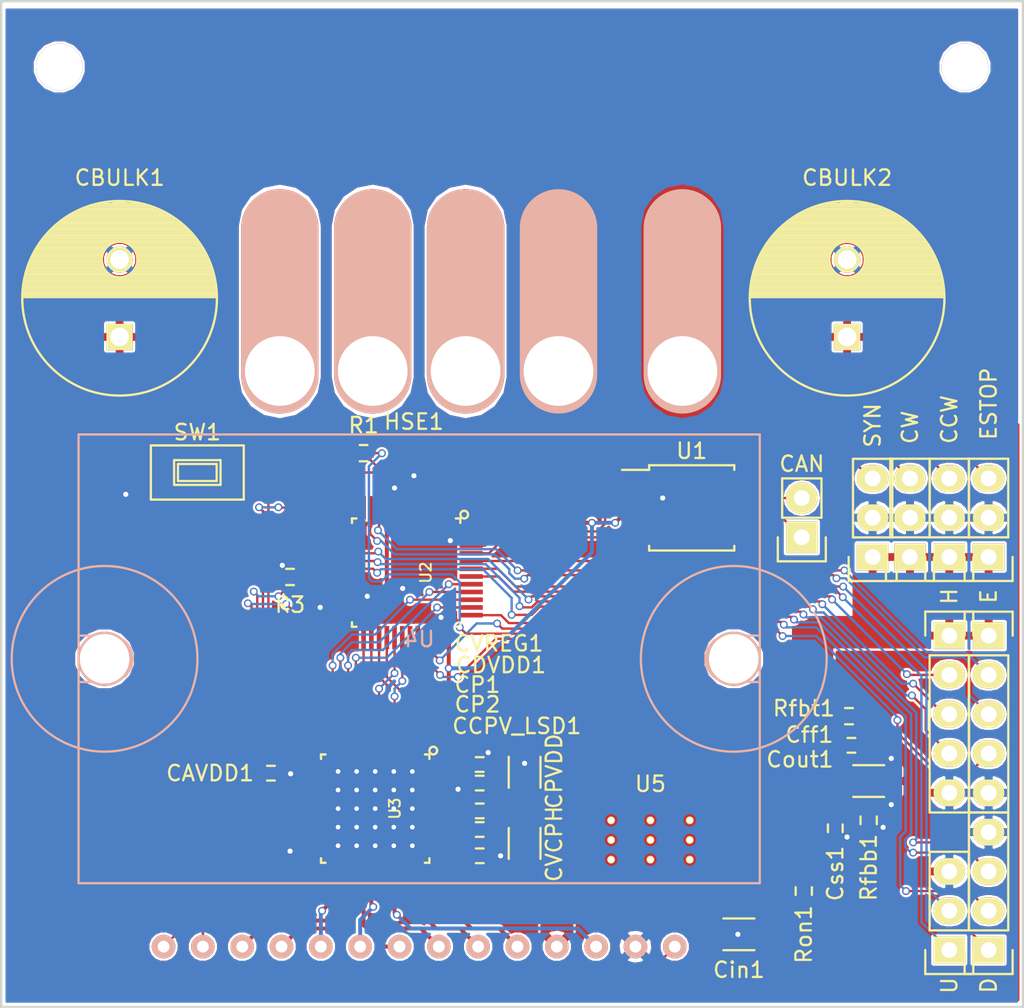
<source format=kicad_pcb>
(kicad_pcb (version 4) (host pcbnew 4.0.1-2.fc23-product)
  (layers (0 F.Cu signal hide) (31 B.Cu signal hide) (34 B.Paste user) (35 F.Paste user) (36 B.SilkS user) (37 F.SilkS user) (38 B.Mask user) (39 F.Mask user) (44 Edge.Cuts user))
  (net 0 "")
  (net 1 GND)
  (net 2 "Net-(CAVDD1-Pad2)")
  (net 3 VCC)
  (net 4 CCW_END)
  (net 5 "Net-(CDVDD1-Pad2)")
  (net 6 USART_TX)
  (net 7 USART_RX)
  (net 8 CAN_H)
  (net 9 CAN_L)
  (net 10 "Net-(CP1-Pad1)")
  (net 11 "Net-(CP1-Pad2)")
  (net 12 "Net-(CP2-Pad1)")
  (net 13 "Net-(CP2-Pad2)")
  (net 14 VDD)
  (net 15 "Net-(CVCPH1-Pad1)")
  (net 16 CW_END)
  (net 17 SWDIO)
  (net 18 SWCLK)
  (net 19 RESET)
  (net 20 E_STOP)
  (net 21 "Net-(CBULK1-Pad1)")
  (net 22 QUAD_A)
  (net 23 QUAD_B)
  (net 24 "Net-(HSE1-Pad2)")
  (net 25 TEMP_ADC)
  (net 26 SYNC)
  (net 27 "Net-(HSE1-Pad1)")
  (net 28 CURRENT_A_ADC)
  (net 29 INLA)
  (net 30 INLB)
  (net 31 INLC)
  (net 32 INHA)
  (net 33 INHB)
  (net 34 INHC)
  (net 35 CURRENT_B_ADC)
  (net 36 CURRENT_C_ADC)
  (net 37 PVDD_ADC)
  (net 38 "Net-(U2-Pad20)")
  (net 39 "Net-(U2-Pad21)")
  (net 40 "Net-(U2-Pad22)")
  (net 41 CS)
  (net 42 SCK)
  (net 43 MISO)
  (net 44 MOSI)
  (net 45 CAN_RX)
  (net 46 CAN_TX)
  (net 47 EN)
  (net 48 "Net-(U3-Pad25)")
  (net 49 "Net-(U3-Pad28)")
  (net 50 "Net-(U3-Pad29)")
  (net 51 "Net-(U3-Pad32)")
  (net 52 "Net-(U3-Pad33)")
  (net 53 "Net-(U3-Pad36)")
  (net 54 "Net-(U3-Pad19)")
  (net 55 "Net-(U3-Pad20)")
  (net 56 "Net-(U3-Pad21)")
  (net 57 "Net-(U3-Pad22)")
  (net 58 "Net-(U3-Pad23)")
  (net 59 "Net-(CCPV_LSD1-Pad2)")
  (net 60 "Net-(U1-Pad5)")
  (net 61 "Net-(U1-Pad8)")
  (net 62 "Net-(U4-Pad17)")
  (net 63 "Net-(U4-Pad19)")
  (net 64 "Net-(U4-Pad18)")
  (net 65 PHASE_A_SENSE)
  (net 66 PHASE_B_SENSE)
  (net 67 PHASE_C_SENSE)
  (net 68 +5V)
  (net 69 FAULT)
  (net 70 "Net-(U2-Pad13)")
  (net 71 "Net-(U2-Pad14)")
  (net 72 "Net-(U3-Pad27)")
  (net 73 "Net-(U3-Pad30)")
  (net 74 "Net-(U3-Pad35)")
  (net 75 "Net-(Cff1-Pad2)")
  (net 76 "Net-(Css1-Pad1)")
  (net 77 "Net-(U5-Pad3)")
  (net 78 "Net-(Ron1-Pad2)")
  (net 79 INDEX)
  (module bldc:FTCO3V455A1 (layer B.Cu) (at 140 97)
    (fp_text reference U4 (at 0 -1.27) (layer B.SilkS) (effects (justify mirror)))
    (fp_text value FTCO3V455A1)
    (pad 1 thru_hole circle (at -16.51 18.6 180) (size 1.524 1.524) (drill 0.762) (layers *.Cu *.Mask B.SilkS) (net 3 VCC))
    (pad 2 thru_hole circle (at -13.97 18.6 180) (size 1.524 1.524) (drill 0.762) (layers *.Cu *.Mask B.SilkS) (net 25 TEMP_ADC))
    (pad 3 thru_hole circle (at -11.43 18.6 180) (size 1.524 1.524) (drill 0.762) (layers *.Cu *.Mask B.SilkS) (net 72 "Net-(U3-Pad27)"))
    (pad 4 thru_hole circle (at -8.89 18.6 180) (size 1.524 1.524) (drill 0.762) (layers *.Cu *.Mask B.SilkS) (net 49 "Net-(U3-Pad28)"))
    (pad 5 thru_hole circle (at -6.35 18.6 180) (size 1.524 1.524) (drill 0.762) (layers *.Cu *.Mask B.SilkS) (net 48 "Net-(U3-Pad25)"))
    (pad 6 thru_hole circle (at -3.81 18.6 180) (size 1.524 1.524) (drill 0.762) (layers *.Cu *.Mask B.SilkS) (net 73 "Net-(U3-Pad30)"))
    (pad 7 thru_hole circle (at -1.27 18.6 180) (size 1.524 1.524) (drill 0.762) (layers *.Cu *.Mask B.SilkS) (net 50 "Net-(U3-Pad29)"))
    (pad 8 thru_hole circle (at 1.27 18.6 180) (size 1.524 1.524) (drill 0.762) (layers *.Cu *.Mask B.SilkS) (net 51 "Net-(U3-Pad32)"))
    (pad 9 thru_hole circle (at 3.81 18.6 180) (size 1.524 1.524) (drill 0.762) (layers *.Cu *.Mask B.SilkS) (net 74 "Net-(U3-Pad35)"))
    (pad 10 thru_hole circle (at 6.35 18.6 180) (size 1.524 1.524) (drill 0.762) (layers *.Cu *.Mask B.SilkS) (net 53 "Net-(U3-Pad36)"))
    (pad 11 thru_hole circle (at 8.89 18.6 180) (size 1.524 1.524) (drill 0.762) (layers *.Cu *.Mask B.SilkS) (net 14 VDD))
    (pad 12 thru_hole circle (at 11.43 18.6 180) (size 1.524 1.524) (drill 0.762) (layers *.Cu *.Mask B.SilkS) (net 52 "Net-(U3-Pad33)"))
    (pad 13 thru_hole circle (at 13.97 18.6 180) (size 1.524 1.524) (drill 0.762) (layers *.Cu *.Mask B.SilkS) (net 1 GND))
    (pad 14 thru_hole circle (at 16.51 18.6 180) (size 1.524 1.524) (drill 0.762) (layers *.Cu *.Mask B.SilkS) (net 58 "Net-(U3-Pad23)"))
    (pad 18 thru_hole oval (at -3 -18.6) (size 5 14.5) (drill 4.5 (offset 0 -4.5)) (layers *.Cu *.Mask B.SilkS) (net 64 "Net-(U4-Pad18)"))
    (pad 17 thru_hole oval (at 3 -18.6) (size 5 14.5) (drill 4.5 (offset 0 -4.5)) (layers *.Cu *.Mask B.SilkS) (net 62 "Net-(U4-Pad17)"))
    (pad 16 thru_hole oval (at 9 -18.6) (size 5 14.5) (drill 4.5 (offset 0 -4.5)) (layers *.Cu *.Mask B.SilkS) (net 1 GND))
    (pad 19 thru_hole oval (at -9 -18.6) (size 5 14.5) (drill 4.5 (offset 0 -4.5)) (layers *.Cu *.Mask B.SilkS) (net 63 "Net-(U4-Pad19)"))
    (pad 15 thru_hole oval (at 17 -18.6) (size 5 14.5) (drill 4.5 (offset 0 -4.5)) (layers *.Cu *.Mask B.SilkS) (net 21 "Net-(CBULK1-Pad1)"))
    (pad m thru_hole circle (at -20.32 0) (size 3.5 3.5) (drill 3.2) (layers *.Cu *.Mask B.SilkS))
    (pad m thru_hole circle (at 20.32 0) (size 3.5 3.5) (drill 3.2) (layers *.Cu *.Mask B.SilkS))
  )
  (module Capacitors_SMD:C_0402 (layer F.Cu) (at 166.878 107.95 270)
    (fp_text reference Css1 (at 2.921 0 270) (layer F.SilkS))
    (fp_text value 4700pF hide)
    (pad 1 smd rect (at -0.55 0 270) (size 0.6 0.5) (layers F.Cu F.Paste F.Mask) (net 76 "Net-(Css1-Pad1)"))
    (pad 2 smd rect (at 0.55 0 270) (size 0.6 0.5) (layers F.Cu F.Paste F.Mask) (net 1 GND))
  )
  (module Capacitors_SMD:C_0402 (layer F.Cu) (at 143.91 105.03 180)
    (fp_text reference CDVDD1 (at -1.378 7.621 180) (layer F.SilkS))
    (fp_text value "1.0uF 16V" hide)
    (pad 1 smd rect (at -0.55 0 180) (size 0.6 0.5) (layers F.Cu F.Paste F.Mask) (net 1 GND))
    (pad 2 smd rect (at 0.55 0 180) (size 0.6 0.5) (layers F.Cu F.Paste F.Mask) (net 5 "Net-(CDVDD1-Pad2)"))
  )
  (module Capacitors_SMD:C_0402 (layer F.Cu) (at 130.425 104.39 180)
    (fp_text reference CAVDD1 (at 3.933 -0.004 180) (layer F.SilkS))
    (fp_text value "1.0uF 6.3V" hide)
    (pad 1 smd rect (at -0.55 0 180) (size 0.6 0.5) (layers F.Cu F.Paste F.Mask) (net 1 GND))
    (pad 2 smd rect (at 0.55 0 180) (size 0.6 0.5) (layers F.Cu F.Paste F.Mask) (net 2 "Net-(CAVDD1-Pad2)"))
  )
  (module Pin_Headers:Pin_Header_Straight_1x03 (layer F.Cu) (at 174.24 90.42 180)
    (fp_text reference CCW (at -0.004 8.886 270) (layer F.SilkS))
    (fp_text value " ")
    (pad 1 thru_hole rect (at 0 0 180) (size 2.032 1.7272) (drill 1.016) (layers *.Cu *.Mask F.SilkS) (net 68 +5V))
    (pad 2 thru_hole oval (at 0 2.54 180) (size 2.032 1.7272) (drill 1.016) (layers *.Cu *.Mask F.SilkS) (net 1 GND))
    (pad 3 thru_hole oval (at 0 5.08 180) (size 2.032 1.7272) (drill 1.016) (layers *.Cu *.Mask F.SilkS) (net 4 CCW_END))
  )
  (module Capacitors_SMD:C_0402 (layer F.Cu) (at 143.91 106.83)
    (fp_text reference CP1 (at -0.146 -8.151) (layer F.SilkS))
    (fp_text value "0.047uF 16V" hide)
    (pad 1 smd rect (at -0.55 0) (size 0.6 0.5) (layers F.Cu F.Paste F.Mask) (net 10 "Net-(CP1-Pad1)"))
    (pad 2 smd rect (at 0.55 0) (size 0.6 0.5) (layers F.Cu F.Paste F.Mask) (net 11 "Net-(CP1-Pad2)"))
  )
  (module Capacitors_SMD:C_0402 (layer F.Cu) (at 143.91 108.03)
    (fp_text reference CP2 (at -0.146 -8.081) (layer F.SilkS))
    (fp_text value "0.047uF 16V" hide)
    (pad 1 smd rect (at -0.55 0) (size 0.6 0.5) (layers F.Cu F.Paste F.Mask) (net 12 "Net-(CP2-Pad1)"))
    (pad 2 smd rect (at 0.55 0) (size 0.6 0.5) (layers F.Cu F.Paste F.Mask) (net 13 "Net-(CP2-Pad2)"))
  )
  (module Capacitors_SMD:C_1206 (layer F.Cu) (at 146.81 104.33 90)
    (fp_text reference CPVDD (at 0.063 1.907 90) (layer F.SilkS))
    (fp_text value "4.7uF 50V" hide)
    (pad 1 smd rect (at -1.5 0 90) (size 1 1.6) (layers F.Cu F.Paste F.Mask) (net 14 VDD))
    (pad 2 smd rect (at 1.5 0 90) (size 1 1.6) (layers F.Cu F.Paste F.Mask) (net 1 GND))
  )
  (module Capacitors_SMD:C_1206 (layer F.Cu) (at 146.81 108.93 90)
    (fp_text reference CVCPH (at -0.036 1.907 90) (layer F.SilkS))
    (fp_text value "2.2uF 16V" hide)
    (pad 1 smd rect (at -1.5 0 90) (size 1 1.6) (layers F.Cu F.Paste F.Mask) (net 15 "Net-(CVCPH1-Pad1)"))
    (pad 2 smd rect (at 1.5 0 90) (size 1 1.6) (layers F.Cu F.Paste F.Mask) (net 14 VDD))
  )
  (module Capacitors_SMD:C_0402 (layer F.Cu) (at 143.91 103.83)
    (fp_text reference CVREG1 (at 1.251 -7.818) (layer F.SilkS))
    (fp_text value "1.0uF 6.3V" hide)
    (pad 1 smd rect (at -0.55 0) (size 0.6 0.5) (layers F.Cu F.Paste F.Mask) (net 3 VCC))
    (pad 2 smd rect (at 0.55 0) (size 0.6 0.5) (layers F.Cu F.Paste F.Mask) (net 1 GND))
  )
  (module Pin_Headers:Pin_Header_Straight_1x03 (layer F.Cu) (at 171.7 90.42 180)
    (fp_text reference CW (at -0.004 8.378 270) (layer F.SilkS))
    (fp_text value " ")
    (pad 1 thru_hole rect (at 0 0 180) (size 2.032 1.7272) (drill 1.016) (layers *.Cu *.Mask F.SilkS) (net 68 +5V))
    (pad 2 thru_hole oval (at 0 2.54 180) (size 2.032 1.7272) (drill 1.016) (layers *.Cu *.Mask F.SilkS) (net 1 GND))
    (pad 3 thru_hole oval (at 0 5.08 180) (size 2.032 1.7272) (drill 1.016) (layers *.Cu *.Mask F.SilkS) (net 16 CW_END))
  )
  (module Pin_Headers:Pin_Header_Straight_1x04 (layer F.Cu) (at 176.78 115.82 180)
    (fp_text reference D (at -0.004 -2.29 270) (layer F.SilkS))
    (fp_text value " ")
    (pad 1 thru_hole rect (at 0 0 180) (size 2.032 1.7272) (drill 1.016) (layers *.Cu *.Mask F.SilkS) (net 19 RESET))
    (pad 2 thru_hole oval (at 0 2.54 180) (size 2.032 1.7272) (drill 1.016) (layers *.Cu *.Mask F.SilkS) (net 17 SWDIO))
    (pad 3 thru_hole oval (at 0 5.08 180) (size 2.032 1.7272) (drill 1.016) (layers *.Cu *.Mask F.SilkS) (net 18 SWCLK))
    (pad 4 thru_hole oval (at 0 7.62 180) (size 2.032 1.7272) (drill 1.016) (layers *.Cu *.Mask F.SilkS) (net 1 GND))
  )
  (module Pin_Headers:Pin_Header_Straight_1x03 (layer F.Cu) (at 176.78 90.42 180)
    (fp_text reference ESTOP (at -0.004 9.902 270) (layer F.SilkS))
    (fp_text value " ")
    (pad 1 thru_hole rect (at 0 0 180) (size 2.032 1.7272) (drill 1.016) (layers *.Cu *.Mask F.SilkS) (net 68 +5V))
    (pad 2 thru_hole oval (at 0 2.54 180) (size 2.032 1.7272) (drill 1.016) (layers *.Cu *.Mask F.SilkS) (net 1 GND))
    (pad 3 thru_hole oval (at 0 5.08 180) (size 2.032 1.7272) (drill 1.016) (layers *.Cu *.Mask F.SilkS) (net 20 E_STOP))
  )
  (module Pin_Headers:Pin_Header_Straight_1x05 (layer F.Cu) (at 174.24 95.5)
    (fp_text reference H (at 0.004 -2.536 90) (layer F.SilkS))
    (fp_text value " ")
    (pad 1 thru_hole rect (at 0 0) (size 2.032 1.7272) (drill 1.016) (layers *.Cu *.Mask F.SilkS) (net 68 +5V))
    (pad 2 thru_hole oval (at 0 2.54) (size 2.032 1.7272) (drill 1.016) (layers *.Cu *.Mask F.SilkS) (net 65 PHASE_A_SENSE))
    (pad 3 thru_hole oval (at 0 5.08) (size 2.032 1.7272) (drill 1.016) (layers *.Cu *.Mask F.SilkS) (net 66 PHASE_B_SENSE))
    (pad 4 thru_hole oval (at 0 7.62) (size 2.032 1.7272) (drill 1.016) (layers *.Cu *.Mask F.SilkS) (net 67 PHASE_C_SENSE))
    (pad 5 thru_hole oval (at 0 10.16) (size 2.032 1.7272) (drill 1.016) (layers *.Cu *.Mask F.SilkS) (net 1 GND))
  )
  (module Resistors_SMD:R_0402 (layer F.Cu) (at 131.66 91.71 180)
    (fp_text reference R3 (at 0 -1.8 180) (layer F.SilkS))
    (fp_text value "4.7K " hide)
    (pad 1 smd rect (at -0.45 0 180) (size 0.4 0.6) (layers F.Cu F.Paste F.Mask) (net 25 TEMP_ADC))
    (pad 2 smd rect (at 0.45 0 180) (size 0.4 0.6) (layers F.Cu F.Paste F.Mask) (net 1 GND))
  )
  (module Housings_SOIC:SOIJ-8_5.3x5.3mm_Pitch1.27mm (layer F.Cu) (at 157.603 87.245)
    (fp_text reference U1 (at 0 -3.68) (layer F.SilkS))
    (fp_text value SN65HVD23X hide)
    (pad 1 smd rect (at -3.65 -1.905) (size 1.7 0.65) (layers F.Cu F.Paste F.Mask) (net 46 CAN_TX))
    (pad 2 smd rect (at -3.65 -0.635) (size 1.7 0.65) (layers F.Cu F.Paste F.Mask) (net 1 GND))
    (pad 3 smd rect (at -3.65 0.635) (size 1.7 0.65) (layers F.Cu F.Paste F.Mask) (net 3 VCC))
    (pad 4 smd rect (at -3.65 1.905) (size 1.7 0.65) (layers F.Cu F.Paste F.Mask) (net 45 CAN_RX))
    (pad 5 smd rect (at 3.65 1.905) (size 1.7 0.65) (layers F.Cu F.Paste F.Mask) (net 60 "Net-(U1-Pad5)"))
    (pad 6 smd rect (at 3.65 0.635) (size 1.7 0.65) (layers F.Cu F.Paste F.Mask) (net 9 CAN_L))
    (pad 7 smd rect (at 3.65 -0.635) (size 1.7 0.65) (layers F.Cu F.Paste F.Mask) (net 8 CAN_H))
    (pad 8 smd rect (at 3.65 -1.905) (size 1.7 0.65) (layers F.Cu F.Paste F.Mask) (net 61 "Net-(U1-Pad8)"))
  )
  (module bldc:QFP48_7x7 (layer F.Cu) (at 139.16 91.43 270)
    (fp_text reference U2 (at 0 -1.27 270) (layer F.SilkS) (effects (font (size 0.7 0.7) (thickness 0.127))))
    (fp_text value STM32F042C6 hide)
    (pad 1 smd rect (at -4.2 -2.75 270) (size 1.5 0.3) (layers F.Cu F.Paste F.Mask) (net 3 VCC))
    (pad 2 smd rect (at -4.2 -2.25 270) (size 1.5 0.3) (layers F.Cu F.Paste F.Mask) (net 16 CW_END))
    (pad 3 smd rect (at -4.2 -1.75 270) (size 1.5 0.3) (layers F.Cu F.Paste F.Mask) (net 4 CCW_END))
    (pad 4 smd rect (at -4.2 -1.25 270) (size 1.5 0.3) (layers F.Cu F.Paste F.Mask) (net 20 E_STOP))
    (pad 5 smd rect (at -4.2 -0.75 270) (size 1.5 0.3) (layers F.Cu F.Paste F.Mask) (net 27 "Net-(HSE1-Pad1)"))
    (pad 6 smd rect (at -4.2 -0.25 270) (size 1.5 0.3) (layers F.Cu F.Paste F.Mask) (net 24 "Net-(HSE1-Pad2)"))
    (pad 7 smd rect (at -4.2 0.25 270) (size 1.5 0.3) (layers F.Cu F.Paste F.Mask) (net 19 RESET))
    (pad 8 smd rect (at -4.2 0.75 270) (size 1.5 0.3) (layers F.Cu F.Paste F.Mask) (net 1 GND))
    (pad 9 smd rect (at -4.2 1.25 270) (size 1.5 0.3) (layers F.Cu F.Paste F.Mask) (net 3 VCC))
    (pad 10 smd rect (at -4.2 1.75 270) (size 1.5 0.3) (layers F.Cu F.Paste F.Mask) (net 22 QUAD_A))
    (pad 11 smd rect (at -4.2 2.25 270) (size 1.5 0.3) (layers F.Cu F.Paste F.Mask) (net 23 QUAD_B))
    (pad 12 smd rect (at -4.2 2.75 270) (size 1.5 0.3) (layers F.Cu F.Paste F.Mask) (net 28 CURRENT_A_ADC))
    (pad 25 smd rect (at 4.2 2.75 270) (size 1.5 0.3) (layers F.Cu F.Paste F.Mask) (net 69 FAULT))
    (pad 26 smd rect (at 4.2 2.25 270) (size 1.5 0.3) (layers F.Cu F.Paste F.Mask) (net 31 INLC))
    (pad 27 smd rect (at 4.2 1.75 270) (size 1.5 0.3) (layers F.Cu F.Paste F.Mask) (net 30 INLB))
    (pad 28 smd rect (at 4.2 1.25 270) (size 1.5 0.3) (layers F.Cu F.Paste F.Mask) (net 29 INLA))
    (pad 29 smd rect (at 4.2 0.75 270) (size 1.5 0.3) (layers F.Cu F.Paste F.Mask) (net 34 INHC))
    (pad 30 smd rect (at 4.2 0.25 270) (size 1.5 0.3) (layers F.Cu F.Paste F.Mask) (net 33 INHB))
    (pad 31 smd rect (at 4.2 -0.25 270) (size 1.5 0.3) (layers F.Cu F.Paste F.Mask) (net 32 INHA))
    (pad 32 smd rect (at 4.2 -0.75 270) (size 1.5 0.3) (layers F.Cu F.Paste F.Mask) (net 47 EN))
    (pad 33 smd rect (at 4.2 -1.25 270) (size 1.5 0.3) (layers F.Cu F.Paste F.Mask) (net 79 INDEX))
    (pad 34 smd rect (at 4.2 -1.75 270) (size 1.5 0.3) (layers F.Cu F.Paste F.Mask) (net 17 SWDIO))
    (pad 35 smd rect (at 4.2 -2.25 270) (size 1.5 0.3) (layers F.Cu F.Paste F.Mask) (net 1 GND))
    (pad 36 smd rect (at 4.2 -2.75 270) (size 1.5 0.3) (layers F.Cu F.Paste F.Mask) (net 3 VCC))
    (pad 13 smd rect (at -2.75 4.2 270) (size 0.3 1.5) (layers F.Cu F.Paste F.Mask) (net 70 "Net-(U2-Pad13)"))
    (pad 14 smd rect (at -2.25 4.2 270) (size 0.3 1.5) (layers F.Cu F.Paste F.Mask) (net 71 "Net-(U2-Pad14)"))
    (pad 15 smd rect (at -1.75 4.2 270) (size 0.3 1.5) (layers F.Cu F.Paste F.Mask) (net 37 PVDD_ADC))
    (pad 16 smd rect (at -1.25 4.2 270) (size 0.3 1.5) (layers F.Cu F.Paste F.Mask) (net 65 PHASE_A_SENSE))
    (pad 17 smd rect (at -0.75 4.2 270) (size 0.3 1.5) (layers F.Cu F.Paste F.Mask) (net 66 PHASE_B_SENSE))
    (pad 18 smd rect (at -0.25 4.2 270) (size 0.3 1.5) (layers F.Cu F.Paste F.Mask) (net 67 PHASE_C_SENSE))
    (pad 19 smd rect (at 0.25 4.2 270) (size 0.3 1.5) (layers F.Cu F.Paste F.Mask) (net 25 TEMP_ADC))
    (pad 20 smd rect (at 0.75 4.2 270) (size 0.3 1.5) (layers F.Cu F.Paste F.Mask) (net 38 "Net-(U2-Pad20)"))
    (pad 21 smd rect (at 1.25 4.2 270) (size 0.3 1.5) (layers F.Cu F.Paste F.Mask) (net 39 "Net-(U2-Pad21)"))
    (pad 22 smd rect (at 1.75 4.2 270) (size 0.3 1.5) (layers F.Cu F.Paste F.Mask) (net 40 "Net-(U2-Pad22)"))
    (pad 23 smd rect (at 2.25 4.2 270) (size 0.3 1.5) (layers F.Cu F.Paste F.Mask) (net 1 GND))
    (pad 24 smd rect (at 2.75 4.2 270) (size 0.3 1.5) (layers F.Cu F.Paste F.Mask) (net 3 VCC))
    (pad 37 smd rect (at 2.75 -4.2 270) (size 0.3 1.5) (layers F.Cu F.Paste F.Mask) (net 18 SWCLK))
    (pad 38 smd rect (at 2.25 -4.2 270) (size 0.3 1.5) (layers F.Cu F.Paste F.Mask) (net 41 CS))
    (pad 39 smd rect (at 1.75 -4.2 270) (size 0.3 1.5) (layers F.Cu F.Paste F.Mask) (net 42 SCK))
    (pad 40 smd rect (at 1.25 -4.2 270) (size 0.3 1.5) (layers F.Cu F.Paste F.Mask) (net 43 MISO))
    (pad 41 smd rect (at 0.75 -4.2 270) (size 0.3 1.5) (layers F.Cu F.Paste F.Mask) (net 44 MOSI))
    (pad 42 smd rect (at 0.25 -4.2 270) (size 0.3 1.5) (layers F.Cu F.Paste F.Mask) (net 6 USART_TX))
    (pad 43 smd rect (at -0.25 -4.2 270) (size 0.3 1.5) (layers F.Cu F.Paste F.Mask) (net 7 USART_RX))
    (pad 44 smd rect (at -0.75 -4.2 270) (size 0.3 1.5) (layers F.Cu F.Paste F.Mask) (net 26 SYNC))
    (pad 45 smd rect (at -1.25 -4.2 270) (size 0.3 1.5) (layers F.Cu F.Paste F.Mask) (net 45 CAN_RX))
    (pad 46 smd rect (at -1.75 -4.2 270) (size 0.3 1.5) (layers F.Cu F.Paste F.Mask) (net 46 CAN_TX))
    (pad 47 smd rect (at -2.25 -4.2 270) (size 0.3 1.5) (layers F.Cu F.Paste F.Mask) (net 1 GND))
    (pad 48 smd rect (at -2.75 -4.2 270) (size 0.3 1.5) (layers F.Cu F.Paste F.Mask) (net 3 VCC))
  )
  (module bldc:PQFP48_7x7 (layer F.Cu) (at 137.16 106.68 270)
    (fp_text reference U3 (at 0 -1.27 270) (layer F.SilkS) (effects (font (size 0.7 0.7) (thickness 0.127))))
    (fp_text value DRV8305 hide)
    (pad 1 smd rect (at -4.2 -2.75 270) (size 1.5 0.3) (layers F.Cu F.Paste F.Mask) (net 47 EN))
    (pad 2 smd rect (at -4.2 -2.25 270) (size 1.5 0.3) (layers F.Cu F.Paste F.Mask) (net 32 INHA))
    (pad 3 smd rect (at -4.2 -1.75 270) (size 1.5 0.3) (layers F.Cu F.Paste F.Mask) (net 29 INLA))
    (pad 4 smd rect (at -4.2 -1.25 270) (size 1.5 0.3) (layers F.Cu F.Paste F.Mask) (net 33 INHB))
    (pad 5 smd rect (at -4.2 -0.75 270) (size 1.5 0.3) (layers F.Cu F.Paste F.Mask) (net 30 INLB))
    (pad 6 smd rect (at -4.2 -0.25 270) (size 1.5 0.3) (layers F.Cu F.Paste F.Mask) (net 34 INHC))
    (pad 7 smd rect (at -4.2 0.25 270) (size 1.5 0.3) (layers F.Cu F.Paste F.Mask) (net 31 INLC))
    (pad 8 smd rect (at -4.2 0.75 270) (size 1.5 0.3) (layers F.Cu F.Paste F.Mask) (net 69 FAULT))
    (pad 9 smd rect (at -4.2 1.25 270) (size 1.5 0.3) (layers F.Cu F.Paste F.Mask) (net 41 CS))
    (pad 10 smd rect (at -4.2 1.75 270) (size 1.5 0.3) (layers F.Cu F.Paste F.Mask) (net 44 MOSI))
    (pad 11 smd rect (at -4.2 2.25 270) (size 1.5 0.3) (layers F.Cu F.Paste F.Mask) (net 43 MISO))
    (pad 12 smd rect (at -4.2 2.75 270) (size 1.5 0.3) (layers F.Cu F.Paste F.Mask) (net 42 SCK))
    (pad 25 smd rect (at 4.2 2.75 270) (size 1.5 0.3) (layers F.Cu F.Paste F.Mask) (net 48 "Net-(U3-Pad25)"))
    (pad 26 smd rect (at 4.2 2.25 270) (size 1.5 0.3) (layers F.Cu F.Paste F.Mask) (net 1 GND))
    (pad 27 smd rect (at 4.2 1.75 270) (size 1.5 0.3) (layers F.Cu F.Paste F.Mask) (net 72 "Net-(U3-Pad27)"))
    (pad 28 smd rect (at 4.2 1.25 270) (size 1.5 0.3) (layers F.Cu F.Paste F.Mask) (net 49 "Net-(U3-Pad28)"))
    (pad 29 smd rect (at 4.2 0.75 270) (size 1.5 0.3) (layers F.Cu F.Paste F.Mask) (net 50 "Net-(U3-Pad29)"))
    (pad 30 smd rect (at 4.2 0.25 270) (size 1.5 0.3) (layers F.Cu F.Paste F.Mask) (net 73 "Net-(U3-Pad30)"))
    (pad 31 smd rect (at 4.2 -0.25 270) (size 1.5 0.3) (layers F.Cu F.Paste F.Mask) (net 1 GND))
    (pad 32 smd rect (at 4.2 -0.75 270) (size 1.5 0.3) (layers F.Cu F.Paste F.Mask) (net 51 "Net-(U3-Pad32)"))
    (pad 33 smd rect (at 4.2 -1.25 270) (size 1.5 0.3) (layers F.Cu F.Paste F.Mask) (net 52 "Net-(U3-Pad33)"))
    (pad 34 smd rect (at 4.2 -1.75 270) (size 1.5 0.3) (layers F.Cu F.Paste F.Mask) (net 1 GND))
    (pad 35 smd rect (at 4.2 -2.25 270) (size 1.5 0.3) (layers F.Cu F.Paste F.Mask) (net 74 "Net-(U3-Pad35)"))
    (pad 36 smd rect (at 4.2 -2.75 270) (size 1.5 0.3) (layers F.Cu F.Paste F.Mask) (net 53 "Net-(U3-Pad36)"))
    (pad 13 smd rect (at -2.75 4.2 270) (size 0.3 1.5) (layers F.Cu F.Paste F.Mask) (net 19 RESET))
    (pad 14 smd rect (at -2.25 4.2 270) (size 0.3 1.5) (layers F.Cu F.Paste F.Mask) (net 1 GND))
    (pad 15 smd rect (at -1.75 4.2 270) (size 0.3 1.5) (layers F.Cu F.Paste F.Mask) (net 2 "Net-(CAVDD1-Pad2)"))
    (pad 16 smd rect (at -1.25 4.2 270) (size 0.3 1.5) (layers F.Cu F.Paste F.Mask) (net 28 CURRENT_A_ADC))
    (pad 17 smd rect (at -0.75 4.2 270) (size 0.3 1.5) (layers F.Cu F.Paste F.Mask) (net 35 CURRENT_B_ADC))
    (pad 18 smd rect (at -0.25 4.2 270) (size 0.3 1.5) (layers F.Cu F.Paste F.Mask) (net 36 CURRENT_C_ADC))
    (pad 19 smd rect (at 0.25 4.2 270) (size 0.3 1.5) (layers F.Cu F.Paste F.Mask) (net 54 "Net-(U3-Pad19)"))
    (pad 20 smd rect (at 0.75 4.2 270) (size 0.3 1.5) (layers F.Cu F.Paste F.Mask) (net 55 "Net-(U3-Pad20)"))
    (pad 21 smd rect (at 1.25 4.2 270) (size 0.3 1.5) (layers F.Cu F.Paste F.Mask) (net 56 "Net-(U3-Pad21)"))
    (pad 22 smd rect (at 1.75 4.2 270) (size 0.3 1.5) (layers F.Cu F.Paste F.Mask) (net 57 "Net-(U3-Pad22)"))
    (pad 23 smd rect (at 2.25 4.2 270) (size 0.3 1.5) (layers F.Cu F.Paste F.Mask) (net 58 "Net-(U3-Pad23)"))
    (pad 24 smd rect (at 2.75 4.2 270) (size 0.3 1.5) (layers F.Cu F.Paste F.Mask) (net 1 GND))
    (pad 37 smd rect (at 2.75 -4.2 270) (size 0.3 1.5) (layers F.Cu F.Paste F.Mask) (net 59 "Net-(CCPV_LSD1-Pad2)"))
    (pad 38 smd rect (at 2.25 -4.2 270) (size 0.3 1.5) (layers F.Cu F.Paste F.Mask) (net 15 "Net-(CVCPH1-Pad1)"))
    (pad 39 smd rect (at 1.75 -4.2 270) (size 0.3 1.5) (layers F.Cu F.Paste F.Mask) (net 13 "Net-(CP2-Pad2)"))
    (pad 40 smd rect (at 1.25 -4.2 270) (size 0.3 1.5) (layers F.Cu F.Paste F.Mask) (net 12 "Net-(CP2-Pad1)"))
    (pad 41 smd rect (at 0.75 -4.2 270) (size 0.3 1.5) (layers F.Cu F.Paste F.Mask) (net 14 VDD))
    (pad 42 smd rect (at 0.25 -4.2 270) (size 0.3 1.5) (layers F.Cu F.Paste F.Mask) (net 10 "Net-(CP1-Pad1)"))
    (pad 43 smd rect (at -0.25 -4.2 270) (size 0.3 1.5) (layers F.Cu F.Paste F.Mask) (net 11 "Net-(CP1-Pad2)"))
    (pad 44 smd rect (at -0.75 -4.2 270) (size 0.3 1.5) (layers F.Cu F.Paste F.Mask) (net 14 VDD))
    (pad 45 smd rect (at -1.25 -4.2 270) (size 0.3 1.5) (layers F.Cu F.Paste F.Mask) (net 1 GND))
    (pad 46 smd rect (at -1.75 -4.2 270) (size 0.3 1.5) (layers F.Cu F.Paste F.Mask) (net 5 "Net-(CDVDD1-Pad2)"))
    (pad 47 smd rect (at -2.25 -4.2 270) (size 0.3 1.5) (layers F.Cu F.Paste F.Mask) (net 14 VDD))
    (pad 48 smd rect (at -2.75 -4.2 270) (size 0.3 1.5) (layers F.Cu F.Paste F.Mask) (net 3 VCC))
    (pad pow smd rect (at 0 0 270) (size 6 6) (layers F.Cu F.Mask) (net 1 GND))
    (pad pow smd rect (at -1.5 -1.5 270) (size 2.12132 2.12132) (layers F.Cu F.Paste F.Mask) (net 1 GND))
    (pad pow smd rect (at -1.5 1.5 270) (size 2.12132 2.12132) (layers F.Cu F.Paste F.Mask) (net 1 GND))
    (pad pow smd rect (at 1.5 -1.5 270) (size 2.12132 2.12132) (layers F.Cu F.Paste F.Mask) (net 1 GND))
    (pad pow smd rect (at 1.5 1.5 270) (size 2.12132 2.12132) (layers F.Cu F.Paste F.Mask) (net 1 GND))
    (pad pow thru_hole circle (at -2.4 -2.4 270) (size 0.6 0.6) (drill 0.3) (layers *.Cu *.Mask) (net 1 GND))
    (pad pow thru_hole circle (at -2.4 -1.2 270) (size 0.6 0.6) (drill 0.3) (layers *.Cu *.Mask) (net 1 GND))
    (pad pow thru_hole circle (at -2.4 0 270) (size 0.6 0.6) (drill 0.3) (layers *.Cu *.Mask) (net 1 GND))
    (pad pow thru_hole circle (at -2.4 1.2 270) (size 0.6 0.6) (drill 0.3) (layers *.Cu *.Mask) (net 1 GND))
    (pad pow thru_hole circle (at -2.4 2.4 270) (size 0.6 0.6) (drill 0.3) (layers *.Cu *.Mask) (net 1 GND))
    (pad pow thru_hole circle (at -1.2 -2.4 270) (size 0.6 0.6) (drill 0.3) (layers *.Cu *.Mask) (net 1 GND))
    (pad pow thru_hole circle (at -1.2 -1.2 270) (size 0.6 0.6) (drill 0.3) (layers *.Cu *.Mask) (net 1 GND))
    (pad pow thru_hole circle (at -1.2 0 270) (size 0.6 0.6) (drill 0.3) (layers *.Cu *.Mask) (net 1 GND))
    (pad pow thru_hole circle (at -1.2 1.2 270) (size 0.6 0.6) (drill 0.3) (layers *.Cu *.Mask) (net 1 GND))
    (pad pow thru_hole circle (at -1.2 2.4 270) (size 0.6 0.6) (drill 0.3) (layers *.Cu *.Mask) (net 1 GND))
    (pad pow thru_hole circle (at 0 -2.4 270) (size 0.6 0.6) (drill 0.3) (layers *.Cu *.Mask) (net 1 GND))
    (pad pow thru_hole circle (at 0 -1.2 270) (size 0.6 0.6) (drill 0.3) (layers *.Cu *.Mask) (net 1 GND))
    (pad pow thru_hole circle (at 0 0 270) (size 0.6 0.6) (drill 0.3) (layers *.Cu *.Mask) (net 1 GND))
    (pad pow thru_hole circle (at 0 1.2 270) (size 0.6 0.6) (drill 0.3) (layers *.Cu *.Mask) (net 1 GND))
    (pad pow thru_hole circle (at 0 2.4 270) (size 0.6 0.6) (drill 0.3) (layers *.Cu *.Mask) (net 1 GND))
    (pad pow thru_hole circle (at 1.2 -2.4 270) (size 0.6 0.6) (drill 0.3) (layers *.Cu *.Mask) (net 1 GND))
    (pad pow thru_hole circle (at 1.2 -1.2 270) (size 0.6 0.6) (drill 0.3) (layers *.Cu *.Mask) (net 1 GND))
    (pad pow thru_hole circle (at 1.2 0 270) (size 0.6 0.6) (drill 0.3) (layers *.Cu *.Mask) (net 1 GND))
    (pad pow thru_hole circle (at 1.2 1.2 270) (size 0.6 0.6) (drill 0.3) (layers *.Cu *.Mask) (net 1 GND))
    (pad pow thru_hole circle (at 1.2 2.4 270) (size 0.6 0.6) (drill 0.3) (layers *.Cu *.Mask) (net 1 GND))
    (pad pow thru_hole circle (at 2.4 -2.4 270) (size 0.6 0.6) (drill 0.3) (layers *.Cu *.Mask) (net 1 GND))
    (pad pow thru_hole circle (at 2.4 -1.2 270) (size 0.6 0.6) (drill 0.3) (layers *.Cu *.Mask) (net 1 GND))
    (pad pow thru_hole circle (at 2.4 0 270) (size 0.6 0.6) (drill 0.3) (layers *.Cu *.Mask) (net 1 GND))
    (pad pow thru_hole circle (at 2.4 1.2 270) (size 0.6 0.6) (drill 0.3) (layers *.Cu *.Mask) (net 1 GND))
    (pad pow thru_hole circle (at 2.4 2.4 270) (size 0.6 0.6) (drill 0.3) (layers *.Cu *.Mask) (net 1 GND))
  )
  (module Pin_Headers:Pin_Header_Straight_1x02 (layer F.Cu) (at 164.715 89.15 180)
    (fp_text reference CAN (at -0.004 4.7458 180) (layer F.SilkS))
    (fp_text value " ")
    (pad 1 thru_hole rect (at 0 0 180) (size 2.032 2.032) (drill 1.016) (layers *.Cu *.Mask F.SilkS) (net 9 CAN_L))
    (pad 2 thru_hole oval (at 0 2.54 180) (size 2.032 2.032) (drill 1.016) (layers *.Cu *.Mask F.SilkS) (net 8 CAN_H))
  )
  (module Capacitors_ThroughHole:C_Radial_D12.5_L25_P5 (layer F.Cu) (at 120.65 76.2 90)
    (fp_text reference CBULK1 (at 10.287 0 180) (layer F.SilkS))
    (fp_text value 470uF hide)
    (pad 2 thru_hole circle (at 5 0 90) (size 1.7 1.7) (drill 1.2) (layers *.Cu *.Mask F.SilkS) (net 1 GND))
    (pad 1 thru_hole rect (at 0 0 90) (size 1.7 1.7) (drill 1.2) (layers *.Cu *.Mask F.SilkS) (net 21 "Net-(CBULK1-Pad1)"))
  )
  (module Capacitors_ThroughHole:C_Radial_D12.5_L25_P5 (layer F.Cu) (at 167.64 76.2 90)
    (fp_text reference CBULK2 (at 10.287 0 180) (layer F.SilkS))
    (fp_text value 470uF hide)
    (pad 2 thru_hole circle (at 5 0 90) (size 1.7 1.7) (drill 1.2) (layers *.Cu *.Mask F.SilkS) (net 1 GND))
    (pad 1 thru_hole rect (at 0 0 90) (size 1.7 1.7) (drill 1.2) (layers *.Cu *.Mask F.SilkS) (net 21 "Net-(CBULK1-Pad1)"))
  )
  (module Capacitors_SMD:C_0402 (layer F.Cu) (at 143.91 109.73 180)
    (fp_text reference CCPV_LSD1 (at -2.394 8.384 180) (layer F.SilkS))
    (fp_text value "1.0uF 16V" hide)
    (pad 1 smd rect (at -0.55 0 180) (size 0.6 0.5) (layers F.Cu F.Paste F.Mask) (net 1 GND))
    (pad 2 smd rect (at 0.55 0 180) (size 0.6 0.5) (layers F.Cu F.Paste F.Mask) (net 59 "Net-(CCPV_LSD1-Pad2)"))
  )
  (module Resistors_SMD:R_0402 (layer F.Cu) (at 136.41 83.71)
    (fp_text reference R1 (at 0 -1.8) (layer F.SilkS))
    (fp_text value "4.7K " hide)
    (pad 1 smd rect (at -0.45 0) (size 0.4 0.6) (layers F.Cu F.Paste F.Mask) (net 3 VCC))
    (pad 2 smd rect (at 0.45 0) (size 0.4 0.6) (layers F.Cu F.Paste F.Mask) (net 19 RESET))
  )
  (module Buttons_Switches_SMD:SW_SPST_FSMSM (layer F.Cu) (at 125.66 84.96)
    (fp_text reference SW1 (at 0.01011 -2.60022) (layer F.SilkS))
    (fp_text value SW_PUSH hide)
    (pad 1 smd rect (at -4.60243 -0.00232) (size 2.18 1.6) (layers F.Cu F.Paste F.Mask) (net 1 GND))
    (pad 2 smd rect (at 4.60243 0.00232) (size 2.18 1.6) (layers F.Cu F.Paste F.Mask) (net 19 RESET))
  )
  (module bldc:CSTCE_V13C (layer F.Cu) (at 139.66 83.68 180)
    (fp_text reference HSE1 (at 0 2 180) (layer F.SilkS))
    (fp_text value 8MHz hide)
    (pad 3 smd rect (at 0 0 180) (size 0.4 2) (layers F.Cu F.Paste F.Mask) (net 1 GND))
    (pad 2 smd rect (at 1.2 0 180) (size 0.4 2) (layers F.Cu F.Paste F.Mask) (net 24 "Net-(HSE1-Pad2)"))
    (pad 1 smd rect (at -1.2 0 180) (size 0.4 2) (layers F.Cu F.Paste F.Mask) (net 27 "Net-(HSE1-Pad1)"))
  )
  (module Pin_Headers:Pin_Header_Straight_1x03 (layer F.Cu) (at 174.24 115.82 180)
    (fp_text reference U (at -0.004 -2.29 270) (layer F.SilkS))
    (fp_text value " ")
    (pad 1 thru_hole rect (at 0 0 180) (size 2.032 1.7272) (drill 1.016) (layers *.Cu *.Mask F.SilkS) (net 6 USART_TX))
    (pad 2 thru_hole oval (at 0 2.54 180) (size 2.032 1.7272) (drill 1.016) (layers *.Cu *.Mask F.SilkS) (net 7 USART_RX))
    (pad 3 thru_hole oval (at 0 5.08 180) (size 2.032 1.7272) (drill 1.016) (layers *.Cu *.Mask F.SilkS) (net 1 GND))
  )
  (module Capacitors_SMD:C_1206 (layer F.Cu) (at 160.651 114.804 180)
    (fp_text reference Cin1 (at 0 -2.3 180) (layer F.SilkS))
    (fp_text value 10uF hide)
    (pad 1 smd rect (at -1.5 0 180) (size 1 1.6) (layers F.Cu F.Paste F.Mask) (net 14 VDD))
    (pad 2 smd rect (at 1.5 0 180) (size 1 1.6) (layers F.Cu F.Paste F.Mask) (net 1 GND))
  )
  (module Capacitors_SMD:C_1206 (layer F.Cu) (at 169.033 104.898)
    (fp_text reference Cout1 (at -4.441 -1.393 180) (layer F.SilkS))
    (fp_text value 100uF hide)
    (pad 1 smd rect (at -1.5 0) (size 1 1.6) (layers F.Cu F.Paste F.Mask) (net 68 +5V))
    (pad 2 smd rect (at 1.5 0) (size 1 1.6) (layers F.Cu F.Paste F.Mask) (net 1 GND))
  )
  (module Resistors_SMD:R_0402 (layer F.Cu) (at 169.033 107.438 270)
    (fp_text reference Rfbb1 (at 3.052 -0.004 270) (layer F.SilkS))
    (fp_text value 4.7k hide)
    (pad 1 smd rect (at -0.45 0 270) (size 0.4 0.6) (layers F.Cu F.Paste F.Mask) (net 75 "Net-(Cff1-Pad2)"))
    (pad 2 smd rect (at 0.45 0 270) (size 0.4 0.6) (layers F.Cu F.Paste F.Mask) (net 1 GND))
  )
  (module Resistors_SMD:R_0402 (layer F.Cu) (at 167.763 100.707)
    (fp_text reference Rfbt1 (at -2.917 -0.504) (layer F.SilkS))
    (fp_text value 22k hide)
    (pad 1 smd rect (at -0.45 0) (size 0.4 0.6) (layers F.Cu F.Paste F.Mask) (net 68 +5V))
    (pad 2 smd rect (at 0.45 0) (size 0.4 0.6) (layers F.Cu F.Paste F.Mask) (net 75 "Net-(Cff1-Pad2)"))
  )
  (module Resistors_SMD:R_0402 (layer F.Cu) (at 164.842 112.01 90)
    (fp_text reference Ron1 (at -2.798 0.004 90) (layer F.SilkS))
    (fp_text value 100k hide)
    (pad 1 smd rect (at -0.45 0 90) (size 0.4 0.6) (layers F.Cu F.Paste F.Mask) (net 14 VDD))
    (pad 2 smd rect (at 0.45 0 90) (size 0.4 0.6) (layers F.Cu F.Paste F.Mask) (net 78 "Net-(Ron1-Pad2)"))
  )
  (module Pin_Headers:Pin_Header_Straight_1x03 (layer F.Cu) (at 169.291 90.424 180)
    (fp_text reference SYN (at 0 8.509 270) (layer F.SilkS))
    (fp_text value " ")
    (pad 1 thru_hole rect (at 0 0 180) (size 2.032 1.7272) (drill 1.016) (layers *.Cu *.Mask F.SilkS) (net 68 +5V))
    (pad 2 thru_hole oval (at 0 2.54 180) (size 2.032 1.7272) (drill 1.016) (layers *.Cu *.Mask F.SilkS) (net 1 GND))
    (pad 3 thru_hole oval (at 0 5.08 180) (size 2.032 1.7272) (drill 1.016) (layers *.Cu *.Mask F.SilkS) (net 26 SYNC))
  )
  (module Capacitors_SMD:C_0402 (layer F.Cu) (at 167.9194 102.5906)
    (fp_text reference Cff1 (at -2.7178 -0.6858) (layer F.SilkS))
    (fp_text value 0.022uF hide)
    (pad 1 smd rect (at -0.55 0) (size 0.6 0.5) (layers F.Cu F.Paste F.Mask) (net 68 +5V))
    (pad 2 smd rect (at 0.55 0) (size 0.6 0.5) (layers F.Cu F.Paste F.Mask) (net 75 "Net-(Cff1-Pad2)"))
  )
  (module Pin_Headers:Pin_Header_Straight_1x05 (layer F.Cu) (at 176.784 95.504)
    (fp_text reference E (at 0 -2.54 90) (layer F.SilkS))
    (fp_text value " ")
    (pad 1 thru_hole rect (at 0 0) (size 2.032 1.7272) (drill 1.016) (layers *.Cu *.Mask F.SilkS) (net 68 +5V))
    (pad 2 thru_hole oval (at 0 2.54) (size 2.032 1.7272) (drill 1.016) (layers *.Cu *.Mask F.SilkS) (net 22 QUAD_A))
    (pad 3 thru_hole oval (at 0 5.08) (size 2.032 1.7272) (drill 1.016) (layers *.Cu *.Mask F.SilkS) (net 23 QUAD_B))
    (pad 4 thru_hole oval (at 0 7.62) (size 2.032 1.7272) (drill 1.016) (layers *.Cu *.Mask F.SilkS) (net 79 INDEX))
    (pad 5 thru_hole oval (at 0 10.16) (size 2.032 1.7272) (drill 1.016) (layers *.Cu *.Mask F.SilkS) (net 1 GND))
  )
  (module Mounting_Holes:MountingHole_3mm (layer F.Cu) (at 175.25 58.75)
    (fp_text reference REF** hide)
    (fp_text value MountingHole_3mm hide)
    (pad 1 thru_hole circle (at 0 0) (size 3 3) (drill 3) (layers))
  )
  (module Mounting_Holes:MountingHole_3mm (layer F.Cu) (at 116.75 58.75)
    (fp_text reference REF** hide)
    (fp_text value MountingHole_3mm hide)
    (pad 1 thru_hole circle (at 0 0) (size 3 3) (drill 3) (layers))
  )
  (module bldc:NDW0007A (layer F.Cu) (at 154.936 108.708 90)
    (fp_text reference U5 (at 3.6195 0 180) (layer F.SilkS))
    (fp_text value LMZ14201H hide)
    (pad PAD smd rect (at 0 0 90) (size 5.35 8.54) (layers F.Cu F.Paste F.Mask) (net 1 GND))
    (pad 1 smd rect (at -3.81 7.305 90) (size 0.89 3.06) (layers F.Cu F.Paste F.Mask) (net 14 VDD))
    (pad 2 smd rect (at -2.54 7.305 90) (size 0.89 3.06) (layers F.Cu F.Paste F.Mask) (net 78 "Net-(Ron1-Pad2)"))
    (pad 3 smd rect (at -1.27 7.305 90) (size 0.89 3.06) (layers F.Cu F.Paste F.Mask) (net 77 "Net-(U5-Pad3)"))
    (pad 4 smd rect (at 0 7.305 90) (size 0.89 3.06) (layers F.Cu F.Paste F.Mask) (net 1 GND))
    (pad 5 smd rect (at 1.27 7.305 90) (size 0.89 3.06) (layers F.Cu F.Paste F.Mask) (net 76 "Net-(Css1-Pad1)"))
    (pad 6 smd rect (at 2.54 7.305 90) (size 0.89 3.06) (layers F.Cu F.Paste F.Mask) (net 75 "Net-(Cff1-Pad2)"))
    (pad 7 smd rect (at 3.81 7.305 90) (size 0.89 3.06) (layers F.Cu F.Paste F.Mask) (net 68 +5V))
    (pad PAD thru_hole circle (at -1.27 -2.54 90) (size 0.5 0.5) (drill 0.3302) (layers *.Cu *.Mask F.SilkS) (net 1 GND))
    (pad PAD thru_hole circle (at 0 -2.54 90) (size 0.5 0.5) (drill 0.3302) (layers *.Cu *.Mask F.SilkS) (net 1 GND))
    (pad PAD thru_hole circle (at 1.27 -2.54 90) (size 0.5 0.5) (drill 0.3302) (layers *.Cu *.Mask F.SilkS) (net 1 GND))
    (pad PAD thru_hole circle (at -1.27 0 90) (size 0.5 0.5) (drill 0.3302) (layers *.Cu *.Mask F.SilkS) (net 1 GND))
    (pad PAD thru_hole circle (at 0 0 90) (size 0.5 0.5) (drill 0.3302) (layers *.Cu *.Mask F.SilkS) (net 1 GND))
    (pad PAD thru_hole circle (at 1.27 0 90) (size 0.5 0.5) (drill 0.3302) (layers *.Cu *.Mask F.SilkS) (net 1 GND))
    (pad PAD thru_hole circle (at -1.27 2.54 90) (size 0.5 0.5) (drill 0.3302) (layers *.Cu *.Mask F.SilkS) (net 1 GND))
    (pad PAD thru_hole circle (at 0 2.54 90) (size 0.5 0.5) (drill 0.3302) (layers *.Cu *.Mask F.SilkS) (net 1 GND))
    (pad PAD thru_hole circle (at 1.27 2.54 90) (size 0.5 0.5) (drill 0.3302) (layers *.Cu *.Mask F.SilkS) (net 1 GND))
  )
  (gr_line (start 179 54.5) (end 179 119.5) (angle 90) (layer Edge.Cuts) (width 0.15))
  (gr_line (start 113 119.5) (end 113 54.5) (angle 90) (layer Edge.Cuts) (width 0.15))
  (gr_line (start 179 54.5) (end 113 54.5) (angle 90) (layer Edge.Cuts) (width 0.15))
  (gr_line (start 113 119.5) (end 179 119.5) (angle 90) (layer Edge.Cuts) (width 0.15))
  (segment (start 143.36 89.18) (end 142.356 89.18) (width 0.254) (layer F.Cu) (net 1))
  (segment (start 142.356 89.18) (end 139.084 92.452) (width 0.254) (layer F.Cu) (net 1))
  (segment (start 139.084 92.452) (end 138.934 92.452) (width 0.254) (layer F.Cu) (net 1))
  (via (at 138.934 92.452) (size 0.508) (drill 0.3302) (layers F.Cu B.Cu) (net 1))
  (segment (start 134.96 93.68) (end 135.928 93.68) (width 0.254) (layer F.Cu) (net 1))
  (segment (start 135.928 93.68) (end 136.648 92.96) (width 0.254) (layer F.Cu) (net 1))
  (via (at 136.648 92.96) (size 0.508) (drill 0.3302) (layers F.Cu B.Cu) (net 1))
  (segment (start 146.81 102.83) (end 146.81 103.753) (width 0.254) (layer F.Cu) (net 1))
  (segment (start 146.81 103.753) (end 146.808 103.755) (width 0.254) (layer F.Cu) (net 1))
  (via (at 146.808 103.755) (size 0.508) (drill 0.3302) (layers F.Cu B.Cu) (net 1))
  (segment (start 144.46 103.83) (end 144.46 103.058) (width 0.254) (layer F.Cu) (net 1))
  (segment (start 144.46 103.058) (end 144.4585 103.0565) (width 0.254) (layer F.Cu) (net 1))
  (via (at 144.4585 103.0565) (size 0.508) (drill 0.3302) (layers F.Cu B.Cu) (net 1))
  (segment (start 159.151 114.804) (end 160.5875 114.804) (width 0.254) (layer F.Cu) (net 1))
  (via (at 160.5875 114.804) (size 0.508) (drill 0.3302) (layers F.Cu B.Cu) (net 1))
  (segment (start 166.878 108.5) (end 167.6185 108.5) (width 0.254) (layer F.Cu) (net 1))
  (segment (start 167.6185 108.5) (end 167.636 108.5175) (width 0.254) (layer F.Cu) (net 1))
  (via (at 167.636 108.5175) (size 0.508) (drill 0.3302) (layers F.Cu B.Cu) (net 1))
  (segment (start 170.533 104.898) (end 170.533 106.3825) (width 0.254) (layer F.Cu) (net 1))
  (via (at 170.4935 106.422) (size 0.508) (drill 0.3302) (layers F.Cu B.Cu) (net 1))
  (segment (start 170.533 106.3825) (end 170.4935 106.422) (width 0.254) (layer F.Cu) (net 1))
  (segment (start 170.533 104.898) (end 170.533 103.477) (width 0.254) (layer F.Cu) (net 1))
  (via (at 170.4935 103.4375) (size 0.508) (drill 0.3302) (layers F.Cu B.Cu) (net 1))
  (segment (start 170.533 103.477) (end 170.4935 103.4375) (width 0.254) (layer F.Cu) (net 1))
  (segment (start 169.033 107.888) (end 169.968 107.888) (width 0.254) (layer F.Cu) (net 1))
  (segment (start 169.968 107.888) (end 169.97 107.89) (width 0.254) (layer F.Cu) (net 1))
  (via (at 169.97 107.89) (size 0.508) (drill 0.3302) (layers F.Cu B.Cu) (net 1))
  (segment (start 162.241 108.708) (end 166.67 108.708) (width 0.254) (layer F.Cu) (net 1))
  (segment (start 166.67 108.708) (end 166.878 108.5) (width 0.254) (layer F.Cu) (net 1))
  (segment (start 166.878 108.5) (end 166.878 108.5088) (width 0.1524) (layer F.Cu) (net 1))
  (segment (start 138.41 87.23) (end 138.41 85.96) (width 0.254) (layer F.Cu) (net 1))
  (via (at 138.41 85.96) (size 0.508) (drill 0.3302) (layers F.Cu B.Cu) (net 1))
  (segment (start 134.96 93.68) (end 133.61 93.68) (width 0.1524) (layer F.Cu) (net 1))
  (via (at 133.61 93.68) (size 0.508) (drill 0.3302) (layers F.Cu B.Cu) (net 1))
  (segment (start 139.66 83.68) (end 139.66 85.17) (width 0.1524) (layer F.Cu) (net 1))
  (via (at 139.66 85.17) (size 0.508) (drill 0.3302) (layers F.Cu B.Cu) (net 1))
  (segment (start 144.46 109.73) (end 145.26 109.73) (width 0.1524) (layer F.Cu) (net 1))
  (via (at 145.26 109.73) (size 0.508) (drill 0.3302) (layers F.Cu B.Cu) (net 1))
  (segment (start 132.96 109.43) (end 131.66 109.43) (width 0.1524) (layer F.Cu) (net 1))
  (via (at 131.66 109.43) (size 0.508) (drill 0.3302) (layers F.Cu B.Cu) (net 1))
  (segment (start 121.05757 84.95768) (end 121.05757 86.36243) (width 0.1524) (layer F.Cu) (net 1))
  (via (at 121.05 86.37) (size 0.508) (drill 0.3302) (layers F.Cu B.Cu) (net 1))
  (segment (start 121.05757 86.36243) (end 121.05 86.37) (width 0.1524) (layer F.Cu) (net 1))
  (segment (start 143.36 89.18) (end 142.19 89.18) (width 0.1524) (layer F.Cu) (net 1))
  (via (at 142.01 89.36) (size 0.508) (drill 0.3302) (layers F.Cu B.Cu) (net 1))
  (segment (start 142.19 89.18) (end 142.01 89.36) (width 0.1524) (layer F.Cu) (net 1))
  (segment (start 141.41 95.63) (end 141.41 94.32) (width 0.1524) (layer F.Cu) (net 1))
  (via (at 141.41 94.32) (size 0.508) (drill 0.3302) (layers F.Cu B.Cu) (net 1))
  (segment (start 153.953 86.61) (end 155.73 86.61) (width 0.1524) (layer F.Cu) (net 1))
  (via (at 155.73 86.61) (size 0.508) (drill 0.3302) (layers F.Cu B.Cu) (net 1))
  (via (at 131.16 90.96) (size 0.508) (drill 0.3302) (layers F.Cu B.Cu) (net 1))
  (segment (start 131.21 91.01) (end 131.16 90.96) (width 0.1524) (layer F.Cu) (net 1))
  (segment (start 131.21 91.71) (end 131.21 91.01) (width 0.1524) (layer F.Cu) (net 1))
  (segment (start 131.16 90.96) (end 131.21 91.01) (width 0.1524) (layer F.Cu) (net 1))
  (segment (start 134.91 110.88) (end 134.91 108.93) (width 0.254) (layer F.Cu) (net 1))
  (segment (start 134.91 108.93) (end 137.16 106.68) (width 0.254) (layer F.Cu) (net 1))
  (segment (start 138.91 110.88) (end 138.91 108.43) (width 0.254) (layer F.Cu) (net 1))
  (segment (start 138.91 108.43) (end 137.16 106.68) (width 0.254) (layer F.Cu) (net 1))
  (segment (start 137.41 110.88) (end 137.41 106.93) (width 0.254) (layer F.Cu) (net 1))
  (segment (start 137.41 106.93) (end 137.16 106.68) (width 0.254) (layer F.Cu) (net 1))
  (via (at 131.695 104.43) (size 0.508) (drill 0.3302) (layers F.Cu B.Cu) (net 1))
  (segment (start 132.96 104.43) (end 131.695 104.43) (width 0.1524) (layer F.Cu) (net 1))
  (segment (start 131.695 104.43) (end 131.015 104.43) (width 0.1524) (layer F.Cu) (net 1))
  (segment (start 131.015 104.43) (end 130.975 104.39) (width 0.1524) (layer F.Cu) (net 1))
  (via (at 142.51 105.43) (size 0.508) (drill 0.3302) (layers F.Cu B.Cu) (net 1))
  (segment (start 141.36 105.43) (end 142.51 105.43) (width 0.1524) (layer F.Cu) (net 1))
  (segment (start 142.51 105.43) (end 142.81 105.43) (width 0.1524) (layer F.Cu) (net 1))
  (segment (start 143.96 105.53) (end 144.46 105.03) (width 0.1524) (layer F.Cu) (net 1))
  (segment (start 142.91 105.53) (end 143.96 105.53) (width 0.1524) (layer F.Cu) (net 1))
  (segment (start 142.81 105.43) (end 142.91 105.53) (width 0.1524) (layer F.Cu) (net 1))
  (segment (start 132.96 104.93) (end 130.415 104.93) (width 0.1524) (layer F.Cu) (net 2))
  (segment (start 130.415 104.93) (end 129.875 104.39) (width 0.1524) (layer F.Cu) (net 2))
  (segment (start 150.80079 88.21) (end 151.16 88.21) (width 0.254) (layer F.Cu) (net 3))
  (segment (start 144.834 88.21) (end 150.80079 88.21) (width 0.254) (layer F.Cu) (net 3))
  (segment (start 143.36 88.68) (end 144.364 88.68) (width 0.254) (layer F.Cu) (net 3))
  (segment (start 144.364 88.68) (end 144.834 88.21) (width 0.254) (layer F.Cu) (net 3))
  (segment (start 151.16 90.1146) (end 143.6624 97.6122) (width 0.254) (layer B.Cu) (net 3))
  (segment (start 151.16 88.21) (end 151.16 90.1146) (width 0.254) (layer B.Cu) (net 3))
  (segment (start 141.9098 97.6122) (end 141.91 97.6122) (width 0.254) (layer F.Cu) (net 3))
  (via (at 141.9098 97.6122) (size 0.508) (drill 0.3302) (layers F.Cu B.Cu) (net 3))
  (segment (start 143.6624 97.6122) (end 141.9098 97.6122) (width 0.254) (layer B.Cu) (net 3))
  (segment (start 141.91 88.68) (end 137.91 88.68) (width 0.254) (layer F.Cu) (net 3))
  (segment (start 137.91 88.68) (end 137.91 88.71) (width 0.254) (layer F.Cu) (net 3))
  (segment (start 137.19 94.18) (end 137.91 93.46) (width 0.254) (layer F.Cu) (net 3))
  (segment (start 137.91 93.46) (end 137.91 88.71) (width 0.254) (layer F.Cu) (net 3))
  (segment (start 134.96 94.18) (end 137.19 94.18) (width 0.254) (layer F.Cu) (net 3))
  (segment (start 137.91 88.71) (end 137.91 87.23) (width 0.254) (layer F.Cu) (net 3))
  (segment (start 141.91 101.71) (end 143.36 103.16) (width 0.254) (layer F.Cu) (net 3))
  (segment (start 143.36 103.16) (end 143.36 103.83) (width 0.254) (layer F.Cu) (net 3))
  (segment (start 141.91 97.6122) (end 141.91 101.71) (width 0.254) (layer F.Cu) (net 3))
  (segment (start 141.91 95.63) (end 141.91 97.6122) (width 0.254) (layer F.Cu) (net 3))
  (segment (start 141.91 87.23) (end 141.91 88.68) (width 0.254) (layer F.Cu) (net 3))
  (segment (start 141.91 88.68) (end 143.36 88.68) (width 0.254) (layer F.Cu) (net 3))
  (via (at 151.16 88.21) (size 0.508) (drill 0.3302) (layers F.Cu B.Cu) (net 3))
  (segment (start 152.99 87.88) (end 153.953 87.88) (width 0.254) (layer F.Cu) (net 3))
  (segment (start 151.16 88.21) (end 152.66 88.21) (width 0.254) (layer B.Cu) (net 3))
  (via (at 152.66 88.21) (size 0.508) (drill 0.3302) (layers F.Cu B.Cu) (net 3))
  (segment (start 152.66 88.21) (end 152.99 87.88) (width 0.254) (layer F.Cu) (net 3))
  (segment (start 141.36 103.93) (end 143.26 103.93) (width 0.254) (layer F.Cu) (net 3))
  (segment (start 143.26 103.93) (end 143.36 103.83) (width 0.254) (layer F.Cu) (net 3))
  (segment (start 128.978 93.46) (end 131.41 93.46) (width 0.1524) (layer B.Cu) (net 3))
  (segment (start 132.13 94.18) (end 134.96 94.18) (width 0.1524) (layer F.Cu) (net 3))
  (segment (start 131.41 93.46) (end 132.13 94.18) (width 0.1524) (layer F.Cu) (net 3))
  (via (at 131.41 93.46) (size 0.508) (drill 0.3302) (layers F.Cu B.Cu) (net 3))
  (segment (start 128.978 93.46) (end 128.934 93.416) (width 0.1524) (layer B.Cu) (net 3))
  (via (at 128.934 93.416) (size 0.508) (drill 0.3302) (layers F.Cu B.Cu) (net 3))
  (segment (start 128.934 93.416) (end 128.978 93.46) (width 0.1524) (layer F.Cu) (net 3))
  (segment (start 128.978 93.46) (end 129.168 93.46) (width 0.1524) (layer F.Cu) (net 3))
  (segment (start 123.49 115.6) (end 125.66 113.43) (width 0.1524) (layer F.Cu) (net 3))
  (segment (start 125.66 113.43) (end 125.66 105.96) (width 0.1524) (layer F.Cu) (net 3))
  (segment (start 125.66 105.96) (end 129.168 102.452) (width 0.1524) (layer F.Cu) (net 3))
  (segment (start 129.168 102.452) (end 129.168 93.46) (width 0.1524) (layer F.Cu) (net 3))
  (segment (start 137.91 87.23) (end 137.91 85.71) (width 0.1524) (layer F.Cu) (net 3))
  (segment (start 137.91 85.71) (end 137.16 84.96) (width 0.1524) (layer F.Cu) (net 3))
  (segment (start 137.16 84.96) (end 136.41 84.96) (width 0.1524) (layer F.Cu) (net 3))
  (segment (start 136.41 84.96) (end 135.96 84.51) (width 0.1524) (layer F.Cu) (net 3))
  (segment (start 135.96 84.51) (end 135.96 83.71) (width 0.1524) (layer F.Cu) (net 3))
  (segment (start 143.26 103.93) (end 143.36 103.83) (width 0.1524) (layer F.Cu) (net 3))
  (segment (start 174.24 85.34) (end 172.775198 83.875198) (width 0.1524) (layer F.Cu) (net 4))
  (segment (start 140.91 85.93) (end 140.91 87.23) (width 0.1524) (layer F.Cu) (net 4))
  (segment (start 142.964802 83.875198) (end 140.91 85.93) (width 0.1524) (layer F.Cu) (net 4))
  (segment (start 172.775198 83.875198) (end 142.964802 83.875198) (width 0.1524) (layer F.Cu) (net 4))
  (segment (start 141.36 104.93) (end 143.26 104.93) (width 0.1524) (layer F.Cu) (net 5))
  (segment (start 143.26 104.93) (end 143.36 105.03) (width 0.1524) (layer F.Cu) (net 5))
  (segment (start 143.36 91.68) (end 145.1216 91.68) (width 0.1524) (layer F.Cu) (net 6))
  (segment (start 146.1008 92.6592) (end 167.005 92.6592) (width 0.1524) (layer F.Cu) (net 6))
  (segment (start 145.1216 91.68) (end 146.1008 92.6592) (width 0.1524) (layer F.Cu) (net 6))
  (segment (start 172.4406 114.0206) (end 174.24 115.82) (width 0.1524) (layer B.Cu) (net 6))
  (segment (start 172.4406 98.0948) (end 172.4406 114.0206) (width 0.1524) (layer B.Cu) (net 6))
  (segment (start 167.3606 93.0148) (end 172.4406 98.0948) (width 0.1524) (layer B.Cu) (net 6))
  (via (at 167.3606 93.0148) (size 0.508) (drill 0.3302) (layers F.Cu B.Cu) (net 6))
  (segment (start 167.005 92.6592) (end 167.3606 93.0148) (width 0.1524) (layer F.Cu) (net 6))
  (via (at 167.386 92.329) (size 0.508) (drill 0.3302) (layers F.Cu B.Cu) (net 7))
  (segment (start 172.7708 111.8108) (end 174.24 113.28) (width 0.1524) (layer B.Cu) (net 7))
  (segment (start 172.7708 97.7138) (end 172.7708 111.8108) (width 0.1524) (layer B.Cu) (net 7))
  (segment (start 167.386 92.329) (end 172.7708 97.7138) (width 0.1524) (layer B.Cu) (net 7))
  (segment (start 145.0788 91.18) (end 146.2278 92.329) (width 0.1524) (layer F.Cu) (net 7))
  (segment (start 146.2278 92.329) (end 167.386 92.329) (width 0.1524) (layer F.Cu) (net 7))
  (segment (start 145.0788 91.18) (end 143.36 91.18) (width 0.1524) (layer F.Cu) (net 7))
  (segment (start 161.253 86.61) (end 164.715 86.61) (width 0.1524) (layer F.Cu) (net 8))
  (segment (start 161.253 87.88) (end 163.445 87.88) (width 0.1524) (layer F.Cu) (net 9))
  (segment (start 163.445 87.88) (end 164.715 89.15) (width 0.1524) (layer F.Cu) (net 9))
  (segment (start 164.461 88.896) (end 164.715 89.15) (width 0.1524) (layer F.Cu) (net 9))
  (segment (start 141.36 106.93) (end 143.26 106.93) (width 0.1524) (layer F.Cu) (net 10))
  (segment (start 143.26 106.93) (end 143.36 106.83) (width 0.1524) (layer F.Cu) (net 10))
  (segment (start 142.91 106.33) (end 143.96 106.33) (width 0.1524) (layer F.Cu) (net 11))
  (segment (start 142.81 106.43) (end 142.91 106.33) (width 0.1524) (layer F.Cu) (net 11))
  (segment (start 141.36 106.43) (end 142.81 106.43) (width 0.1524) (layer F.Cu) (net 11))
  (segment (start 143.96 106.33) (end 144.46 106.83) (width 0.1524) (layer F.Cu) (net 11))
  (segment (start 141.36 107.93) (end 143.26 107.93) (width 0.1524) (layer F.Cu) (net 12))
  (segment (start 143.26 107.93) (end 143.36 108.03) (width 0.1524) (layer F.Cu) (net 12))
  (segment (start 141.36 108.43) (end 142.81 108.43) (width 0.1524) (layer F.Cu) (net 13))
  (segment (start 143.96 108.53) (end 144.46 108.03) (width 0.1524) (layer F.Cu) (net 13))
  (segment (start 142.91 108.53) (end 143.96 108.53) (width 0.1524) (layer F.Cu) (net 13))
  (segment (start 142.81 108.43) (end 142.91 108.53) (width 0.1524) (layer F.Cu) (net 13))
  (segment (start 162.241 112.518) (end 164.784 112.518) (width 0.254) (layer F.Cu) (net 14))
  (segment (start 164.784 112.518) (end 164.842 112.46) (width 0.254) (layer F.Cu) (net 14))
  (segment (start 162.241 112.518) (end 162.241 114.714) (width 0.254) (layer F.Cu) (net 14))
  (segment (start 162.241 114.714) (end 162.151 114.804) (width 0.254) (layer F.Cu) (net 14))
  (segment (start 141.36 105.93) (end 145.41 105.93) (width 0.1524) (layer F.Cu) (net 14))
  (segment (start 146.91 104.43) (end 141.36 104.43) (width 0.254) (layer F.Cu) (net 14))
  (segment (start 146.71 105.93) (end 146.81 105.83) (width 0.254) (layer F.Cu) (net 14))
  (segment (start 145.61 107.43) (end 141.36 107.43) (width 0.254) (layer F.Cu) (net 14))
  (segment (start 146.81 110.43) (end 146.81 109.53) (width 0.254) (layer F.Cu) (net 15))
  (segment (start 146.21 108.93) (end 146.81 109.53) (width 0.254) (layer F.Cu) (net 15))
  (segment (start 146.21 108.93) (end 141.36 108.93) (width 0.254) (layer F.Cu) (net 15))
  (segment (start 141.41 87.23) (end 141.41 85.93) (width 0.1524) (layer F.Cu) (net 16))
  (segment (start 170.54 84.18) (end 143.16 84.18) (width 0.1524) (layer F.Cu) (net 16))
  (segment (start 143.16 84.18) (end 141.41 85.93) (width 0.1524) (layer F.Cu) (net 16))
  (segment (start 170.54 84.18) (end 171.7 85.34) (width 0.1524) (layer F.Cu) (net 16))
  (segment (start 171.3992 109.1692) (end 171.7548 109.5248) (width 0.1524) (layer B.Cu) (net 17))
  (segment (start 171.7802 100.584) (end 171.7802 108.2802) (width 0.1524) (layer B.Cu) (net 17))
  (segment (start 171.7802 108.2802) (end 171.3992 108.6612) (width 0.1524) (layer B.Cu) (net 17))
  (segment (start 171.3992 108.6612) (end 171.3992 109.1692) (width 0.1524) (layer B.Cu) (net 17))
  (segment (start 164.1094 94.2848) (end 164.211 94.3864) (width 0.1524) (layer F.Cu) (net 17))
  (segment (start 140.91 96.6886) (end 141.3256 97.1042) (width 0.1524) (layer F.Cu) (net 17))
  (via (at 141.3256 97.1042) (size 0.508) (drill 0.3302) (layers F.Cu B.Cu) (net 17))
  (segment (start 141.3256 97.1042) (end 143.7132 94.7166) (width 0.1524) (layer B.Cu) (net 17))
  (segment (start 143.7132 94.7166) (end 145.034 94.7166) (width 0.1524) (layer B.Cu) (net 17))
  (via (at 145.034 94.7166) (size 0.508) (drill 0.3302) (layers F.Cu B.Cu) (net 17))
  (segment (start 145.034 94.7166) (end 145.3642 95.0468) (width 0.1524) (layer F.Cu) (net 17))
  (segment (start 145.3642 95.0468) (end 147.3962 95.0468) (width 0.1524) (layer F.Cu) (net 17))
  (segment (start 147.3962 95.0468) (end 148.1582 94.2848) (width 0.1524) (layer F.Cu) (net 17))
  (segment (start 148.1582 94.2848) (end 164.1094 94.2848) (width 0.1524) (layer F.Cu) (net 17))
  (segment (start 140.91 95.63) (end 140.91 96.6886) (width 0.1524) (layer F.Cu) (net 17))
  (segment (start 164.3888 94.6404) (end 165.8366 94.6404) (width 0.1524) (layer B.Cu) (net 17))
  (segment (start 164.211 94.4626) (end 164.3888 94.6404) (width 0.1524) (layer B.Cu) (net 17))
  (via (at 164.211 94.4626) (size 0.508) (drill 0.3302) (layers F.Cu B.Cu) (net 17))
  (segment (start 164.211 94.3864) (end 164.211 94.4626) (width 0.1524) (layer F.Cu) (net 17))
  (segment (start 165.8366 94.6404) (end 171.7802 100.584) (width 0.1524) (layer B.Cu) (net 17))
  (segment (start 175.514 112.014) (end 176.78 113.28) (width 0.1524) (layer F.Cu) (net 17))
  (segment (start 175.514 110.1598) (end 175.514 112.014) (width 0.1524) (layer F.Cu) (net 17))
  (segment (start 174.879 109.5248) (end 175.514 110.1598) (width 0.1524) (layer F.Cu) (net 17))
  (segment (start 171.9072 109.5248) (end 174.879 109.5248) (width 0.1524) (layer F.Cu) (net 17))
  (via (at 171.9072 109.5248) (size 0.508) (drill 0.3302) (layers F.Cu B.Cu) (net 17))
  (segment (start 171.7548 109.5248) (end 171.9072 109.5248) (width 0.1524) (layer B.Cu) (net 17))
  (segment (start 165.0111 94.3229) (end 165.9509 94.3229) (width 0.1524) (layer B.Cu) (net 18))
  (segment (start 174.9044 108.8644) (end 176.78 110.74) (width 0.1524) (layer F.Cu) (net 18))
  (segment (start 171.9072 108.8644) (end 174.9044 108.8644) (width 0.1524) (layer F.Cu) (net 18))
  (via (at 171.9072 108.8644) (size 0.508) (drill 0.3302) (layers F.Cu B.Cu) (net 18))
  (segment (start 172.1104 108.6612) (end 171.9072 108.8644) (width 0.1524) (layer B.Cu) (net 18))
  (segment (start 172.1104 100.4824) (end 172.1104 108.6612) (width 0.1524) (layer B.Cu) (net 18))
  (segment (start 165.9509 94.3229) (end 172.1104 100.4824) (width 0.1524) (layer B.Cu) (net 18))
  (segment (start 145.796 94.6912) (end 147.2184 94.6912) (width 0.1524) (layer F.Cu) (net 18))
  (segment (start 145.2848 94.18) (end 145.796 94.6912) (width 0.1524) (layer F.Cu) (net 18))
  (segment (start 143.36 94.18) (end 145.2848 94.18) (width 0.1524) (layer F.Cu) (net 18))
  (segment (start 164.8206 94.1324) (end 165.0111 94.3229) (width 0.1524) (layer B.Cu) (net 18))
  (via (at 164.8206 94.1324) (size 0.508) (drill 0.3302) (layers F.Cu B.Cu) (net 18))
  (segment (start 164.6428 93.9546) (end 164.8206 94.1324) (width 0.1524) (layer F.Cu) (net 18))
  (segment (start 147.955 93.9546) (end 164.6428 93.9546) (width 0.1524) (layer F.Cu) (net 18))
  (segment (start 147.2184 94.6912) (end 147.955 93.9546) (width 0.1524) (layer F.Cu) (net 18))
  (segment (start 171.446 112.01) (end 173.732 112.01) (width 0.1524) (layer F.Cu) (net 19))
  (segment (start 171.069 109.3724) (end 171.069 111.633) (width 0.1524) (layer B.Cu) (net 19))
  (segment (start 171.069 111.633) (end 171.446 112.01) (width 0.1524) (layer B.Cu) (net 19))
  (via (at 171.446 112.01) (size 0.508) (drill 0.3302) (layers F.Cu B.Cu) (net 19))
  (segment (start 163.3728 94.615) (end 163.5506 94.7928) (width 0.1524) (layer F.Cu) (net 19))
  (segment (start 171.069 109.3724) (end 171.069 108.5088) (width 0.1524) (layer B.Cu) (net 19))
  (segment (start 171.069 108.5088) (end 171.4246 108.1532) (width 0.1524) (layer B.Cu) (net 19))
  (segment (start 171.4246 108.1532) (end 171.4246 100.7364) (width 0.1524) (layer B.Cu) (net 19))
  (segment (start 171.4246 100.7364) (end 165.6588 94.9706) (width 0.1524) (layer B.Cu) (net 19))
  (segment (start 165.6588 94.9706) (end 163.7284 94.9706) (width 0.1524) (layer B.Cu) (net 19))
  (segment (start 163.7284 94.9706) (end 163.5506 94.7928) (width 0.1524) (layer B.Cu) (net 19))
  (segment (start 175.514 114.554) (end 176.78 115.82) (width 0.1524) (layer F.Cu) (net 19))
  (segment (start 175.0568 112.014) (end 173.7106 112.014) (width 0.1524) (layer F.Cu) (net 19))
  (segment (start 175.514 112.4712) (end 175.0568 112.014) (width 0.1524) (layer F.Cu) (net 19))
  (segment (start 175.514 114.554) (end 175.514 112.4712) (width 0.1524) (layer F.Cu) (net 19))
  (via (at 163.5506 94.7928) (size 0.508) (drill 0.3302) (layers F.Cu B.Cu) (net 19))
  (segment (start 136.7536 91.7956) (end 136.7536 84.5566) (width 0.1524) (layer B.Cu) (net 19))
  (segment (start 137.5664 91.9988) (end 136.9568 91.9988) (width 0.1524) (layer B.Cu) (net 19))
  (segment (start 138.0236 91.5416) (end 137.5664 91.9988) (width 0.1524) (layer B.Cu) (net 19))
  (segment (start 142.113 91.5416) (end 138.0236 91.5416) (width 0.1524) (layer B.Cu) (net 19))
  (segment (start 142.621 92.0496) (end 142.113 91.5416) (width 0.1524) (layer B.Cu) (net 19))
  (segment (start 142.621 94.9706) (end 142.621 92.0496) (width 0.1524) (layer B.Cu) (net 19))
  (via (at 142.621 94.9706) (size 0.508) (drill 0.3302) (layers F.Cu B.Cu) (net 19))
  (segment (start 143.0274 95.377) (end 142.621 94.9706) (width 0.1524) (layer F.Cu) (net 19))
  (segment (start 147.574 95.377) (end 143.0274 95.377) (width 0.1524) (layer F.Cu) (net 19))
  (segment (start 148.336 94.615) (end 147.574 95.377) (width 0.1524) (layer F.Cu) (net 19))
  (segment (start 163.3728 94.615) (end 148.336 94.615) (width 0.1524) (layer F.Cu) (net 19))
  (segment (start 136.9568 91.9988) (end 136.7536 91.7956) (width 0.1524) (layer B.Cu) (net 19))
  (segment (start 137.5834 83.71) (end 136.86 83.71) (width 0.1524) (layer F.Cu) (net 19))
  (segment (start 137.5918 83.7184) (end 137.5834 83.71) (width 0.1524) (layer F.Cu) (net 19))
  (via (at 137.5918 83.7184) (size 0.508) (drill 0.3302) (layers F.Cu B.Cu) (net 19))
  (segment (start 136.7536 84.5566) (end 137.5918 83.7184) (width 0.1524) (layer B.Cu) (net 19))
  (segment (start 138.91 87.23) (end 138.91 85.71) (width 0.1524) (layer F.Cu) (net 19))
  (segment (start 136.86 84.16) (end 136.86 83.71) (width 0.1524) (layer F.Cu) (net 19))
  (segment (start 137.66 84.96) (end 136.86 84.16) (width 0.1524) (layer F.Cu) (net 19))
  (segment (start 138.16 84.96) (end 137.66 84.96) (width 0.1524) (layer F.Cu) (net 19))
  (segment (start 138.91 85.71) (end 138.16 84.96) (width 0.1524) (layer F.Cu) (net 19))
  (segment (start 132.96 103.93) (end 131.88 103.93) (width 0.1524) (layer F.Cu) (net 19))
  (segment (start 130.26243 102.31243) (end 130.26243 84.96232) (width 0.1524) (layer F.Cu) (net 19))
  (segment (start 131.88 103.93) (end 130.26243 102.31243) (width 0.1524) (layer F.Cu) (net 19))
  (segment (start 136.86 83.71) (end 136.86 83.66) (width 0.1524) (layer F.Cu) (net 19))
  (segment (start 136.86 83.66) (end 136.16 82.96) (width 0.1524) (layer F.Cu) (net 19))
  (segment (start 132.26475 82.96) (end 130.26243 84.96232) (width 0.1524) (layer F.Cu) (net 19))
  (segment (start 136.16 82.96) (end 132.26475 82.96) (width 0.1524) (layer F.Cu) (net 19))
  (segment (start 176.78 85.34) (end 175.010396 83.570396) (width 0.1524) (layer F.Cu) (net 20))
  (segment (start 140.41 85.93) (end 140.41 87.23) (width 0.1524) (layer F.Cu) (net 20))
  (segment (start 142.769604 83.570396) (end 140.41 85.93) (width 0.1524) (layer F.Cu) (net 20))
  (segment (start 175.010396 83.570396) (end 142.769604 83.570396) (width 0.1524) (layer F.Cu) (net 20))
  (segment (start 167.4622 91.2876) (end 146.3548 91.2876) (width 0.1524) (layer F.Cu) (net 22))
  (segment (start 172.7708 96.5962) (end 167.4622 91.2876) (width 0.1524) (layer B.Cu) (net 22))
  (via (at 167.4622 91.2876) (size 0.508) (drill 0.3302) (layers F.Cu B.Cu) (net 22))
  (segment (start 176.78 98.04) (end 175.3362 96.5962) (width 0.1524) (layer B.Cu) (net 22))
  (segment (start 175.3362 96.5962) (end 172.7708 96.5962) (width 0.1524) (layer B.Cu) (net 22))
  (segment (start 137.41 88.6246) (end 137.41 87.23) (width 0.1524) (layer F.Cu) (net 22))
  (segment (start 137.3378 88.6968) (end 137.41 88.6246) (width 0.1524) (layer F.Cu) (net 22))
  (via (at 137.3378 88.6968) (size 0.508) (drill 0.3302) (layers F.Cu B.Cu) (net 22))
  (segment (start 138.557 89.916) (end 137.3378 88.6968) (width 0.1524) (layer B.Cu) (net 22))
  (segment (start 144.9832 89.916) (end 138.557 89.916) (width 0.1524) (layer B.Cu) (net 22))
  (segment (start 146.3548 91.2876) (end 144.9832 89.916) (width 0.1524) (layer B.Cu) (net 22))
  (via (at 146.3548 91.2876) (size 0.508) (drill 0.3302) (layers F.Cu B.Cu) (net 22))
  (segment (start 138.4046 90.2462) (end 137.541 89.3826) (width 0.1524) (layer B.Cu) (net 23))
  (segment (start 166.751002 91.592402) (end 147.015198 91.592402) (width 0.1524) (layer F.Cu) (net 23))
  (segment (start 147.015198 91.592402) (end 146.7866 91.821) (width 0.1524) (layer F.Cu) (net 23))
  (via (at 146.7866 91.821) (size 0.508) (drill 0.3302) (layers F.Cu B.Cu) (net 23))
  (segment (start 146.7866 91.821) (end 146.177 91.821) (width 0.1524) (layer B.Cu) (net 23))
  (segment (start 146.177 91.821) (end 145.8214 91.4654) (width 0.1524) (layer B.Cu) (net 23))
  (segment (start 145.8214 91.4654) (end 145.8214 91.211402) (width 0.1524) (layer B.Cu) (net 23))
  (segment (start 145.8214 91.211402) (end 144.856198 90.2462) (width 0.1524) (layer B.Cu) (net 23))
  (segment (start 144.856198 90.2462) (end 138.4046 90.2462) (width 0.1524) (layer B.Cu) (net 23))
  (segment (start 175.183802 96.901002) (end 172.644546 96.901002) (width 0.1524) (layer B.Cu) (net 23))
  (segment (start 175.514 99.314) (end 175.514 97.2312) (width 0.1524) (layer B.Cu) (net 23))
  (segment (start 175.514 97.2312) (end 175.183802 96.901002) (width 0.1524) (layer B.Cu) (net 23))
  (segment (start 176.78 100.58) (end 175.514 99.314) (width 0.1524) (layer B.Cu) (net 23))
  (via (at 166.9542 91.7956) (size 0.508) (drill 0.3302) (layers F.Cu B.Cu) (net 23))
  (segment (start 167.539144 91.7956) (end 166.9542 91.7956) (width 0.1524) (layer B.Cu) (net 23))
  (segment (start 172.644546 96.901002) (end 167.539144 91.7956) (width 0.1524) (layer B.Cu) (net 23))
  (segment (start 166.9542 91.7956) (end 166.751002 91.592402) (width 0.1524) (layer F.Cu) (net 23))
  (segment (start 136.91 88.4388) (end 136.91 87.23) (width 0.1524) (layer F.Cu) (net 23))
  (segment (start 136.8298 88.519) (end 136.91 88.4388) (width 0.1524) (layer F.Cu) (net 23))
  (segment (start 136.8298 88.9254) (end 136.8298 88.519) (width 0.1524) (layer F.Cu) (net 23))
  (segment (start 137.287 89.3826) (end 136.8298 88.9254) (width 0.1524) (layer F.Cu) (net 23))
  (via (at 137.287 89.3826) (size 0.508) (drill 0.3302) (layers F.Cu B.Cu) (net 23))
  (segment (start 137.541 89.3826) (end 137.287 89.3826) (width 0.1524) (layer B.Cu) (net 23))
  (segment (start 139.41 87.23) (end 139.41 85.68) (width 0.1524) (layer F.Cu) (net 24))
  (segment (start 138.46 84.73) (end 138.46 83.68) (width 0.1524) (layer F.Cu) (net 24))
  (segment (start 139.41 85.68) (end 138.46 84.73) (width 0.1524) (layer F.Cu) (net 24))
  (segment (start 130.91 92.96) (end 129.621 92.96) (width 0.1524) (layer B.Cu) (net 25))
  (via (at 130.91 92.96) (size 0.508) (drill 0.3302) (layers F.Cu B.Cu) (net 25))
  (segment (start 132.11 91.76) (end 130.91 92.96) (width 0.1524) (layer F.Cu) (net 25))
  (segment (start 129.315 92.654) (end 129.541 92.88) (width 0.1524) (layer F.Cu) (net 25))
  (via (at 129.315 92.654) (size 0.508) (drill 0.3302) (layers F.Cu B.Cu) (net 25))
  (segment (start 129.621 92.96) (end 129.315 92.654) (width 0.1524) (layer B.Cu) (net 25))
  (segment (start 126.03 115.6) (end 126.03 106.09) (width 0.1524) (layer F.Cu) (net 25))
  (segment (start 126.03 106.09) (end 129.541 102.579) (width 0.1524) (layer F.Cu) (net 25))
  (segment (start 129.541 102.579) (end 129.541 92.88) (width 0.1524) (layer F.Cu) (net 25))
  (segment (start 132.11 91.76) (end 132.11 91.71) (width 0.1524) (layer F.Cu) (net 25))
  (segment (start 134.96 91.68) (end 132.14 91.68) (width 0.1524) (layer F.Cu) (net 25))
  (segment (start 132.14 91.68) (end 132.11 91.71) (width 0.1524) (layer F.Cu) (net 25))
  (segment (start 143.36 90.68) (end 154.657 90.68) (width 0.1524) (layer F.Cu) (net 26))
  (segment (start 168.304802 84.484802) (end 156.915198 84.484802) (width 0.1524) (layer F.Cu) (net 26))
  (segment (start 156.915198 84.484802) (end 156.366 85.034) (width 0.1524) (layer F.Cu) (net 26))
  (segment (start 156.366 85.034) (end 156.366 88.971) (width 0.1524) (layer F.Cu) (net 26))
  (segment (start 168.304802 84.484802) (end 169.16 85.34) (width 0.1524) (layer F.Cu) (net 26))
  (segment (start 154.657 90.68) (end 156.366 88.971) (width 0.1524) (layer F.Cu) (net 26))
  (segment (start 139.91 87.23) (end 139.91 85.68) (width 0.1524) (layer F.Cu) (net 27))
  (segment (start 140.86 84.73) (end 140.86 83.68) (width 0.1524) (layer F.Cu) (net 27))
  (segment (start 139.91 85.68) (end 140.86 84.73) (width 0.1524) (layer F.Cu) (net 27))
  (segment (start 129.91 102.96) (end 129.91 87.46) (width 0.1524) (layer F.Cu) (net 28))
  (segment (start 129.38 105.43) (end 129.16 105.21) (width 0.1524) (layer F.Cu) (net 28))
  (segment (start 129.16 105.21) (end 129.16 103.71) (width 0.1524) (layer F.Cu) (net 28))
  (segment (start 129.16 103.71) (end 129.91 102.96) (width 0.1524) (layer F.Cu) (net 28))
  (segment (start 132.96 105.43) (end 129.38 105.43) (width 0.1524) (layer F.Cu) (net 28))
  (segment (start 130.93 87.23) (end 136.41 87.23) (width 0.1524) (layer F.Cu) (net 28))
  (segment (start 130.91 87.21) (end 130.93 87.23) (width 0.1524) (layer F.Cu) (net 28))
  (via (at 130.91 87.21) (size 0.508) (drill 0.3302) (layers F.Cu B.Cu) (net 28))
  (segment (start 129.66 87.21) (end 130.91 87.21) (width 0.1524) (layer B.Cu) (net 28))
  (via (at 129.66 87.21) (size 0.508) (drill 0.3302) (layers F.Cu B.Cu) (net 28))
  (segment (start 129.91 87.46) (end 129.66 87.21) (width 0.1524) (layer F.Cu) (net 28))
  (segment (start 137.91 95.63) (end 137.91 98.18) (width 0.1524) (layer F.Cu) (net 29))
  (segment (start 138.91 99.18) (end 138.91 102.48) (width 0.1524) (layer F.Cu) (net 29))
  (segment (start 137.91 98.18) (end 138.91 99.18) (width 0.1524) (layer F.Cu) (net 29))
  (segment (start 137.41 95.63) (end 137.41 98.18) (width 0.1524) (layer F.Cu) (net 30))
  (segment (start 137.91 98.68) (end 137.91 102.48) (width 0.1524) (layer F.Cu) (net 30))
  (segment (start 137.41 98.18) (end 137.91 98.68) (width 0.1524) (layer F.Cu) (net 30))
  (segment (start 136.91 95.63) (end 136.91 102.48) (width 0.1524) (layer F.Cu) (net 31))
  (segment (start 139.41 95.63) (end 139.41 102.48) (width 0.1524) (layer F.Cu) (net 32))
  (segment (start 138.91 95.63) (end 138.91 98.43) (width 0.1524) (layer F.Cu) (net 33))
  (segment (start 138.41 99.43) (end 138.41 102.48) (width 0.1524) (layer F.Cu) (net 33))
  (via (at 138.41 99.43) (size 0.508) (drill 0.3302) (layers F.Cu B.Cu) (net 33))
  (segment (start 138.41 98.93) (end 138.41 99.43) (width 0.1524) (layer B.Cu) (net 33))
  (segment (start 138.91 98.43) (end 138.41 98.93) (width 0.1524) (layer B.Cu) (net 33))
  (via (at 138.91 98.43) (size 0.508) (drill 0.3302) (layers F.Cu B.Cu) (net 33))
  (segment (start 138.41 95.63) (end 138.41 97.93) (width 0.1524) (layer F.Cu) (net 34))
  (segment (start 137.41 98.93) (end 137.41 102.48) (width 0.1524) (layer F.Cu) (net 34))
  (via (at 137.41 98.93) (size 0.508) (drill 0.3302) (layers F.Cu B.Cu) (net 34))
  (segment (start 138.41 97.93) (end 137.41 98.93) (width 0.1524) (layer B.Cu) (net 34))
  (via (at 138.41 97.93) (size 0.508) (drill 0.3302) (layers F.Cu B.Cu) (net 34))
  (via (at 141.16 93.68) (size 0.508) (drill 0.3302) (layers F.Cu B.Cu) (net 41))
  (segment (start 137.91 96.93) (end 141.16 93.68) (width 0.1524) (layer B.Cu) (net 41))
  (segment (start 143.36 93.68) (end 141.16 93.68) (width 0.1524) (layer F.Cu) (net 41))
  (segment (start 135.91 96.93) (end 135.91 102.48) (width 0.1524) (layer F.Cu) (net 41))
  (via (at 135.91 96.93) (size 0.508) (drill 0.3302) (layers F.Cu B.Cu) (net 41))
  (segment (start 135.91 96.93) (end 137.91 96.93) (width 0.1524) (layer B.Cu) (net 41))
  (segment (start 137.16 95.43) (end 139.41 93.18) (width 0.1524) (layer B.Cu) (net 42))
  (segment (start 134.41 96.68) (end 135.66 95.43) (width 0.1524) (layer B.Cu) (net 42))
  (segment (start 135.66 95.43) (end 137.16 95.43) (width 0.1524) (layer B.Cu) (net 42))
  (segment (start 134.41 102.48) (end 134.41 97.43) (width 0.1524) (layer F.Cu) (net 42))
  (via (at 134.41 97.43) (size 0.508) (drill 0.3302) (layers F.Cu B.Cu) (net 42))
  (segment (start 134.41 97.43) (end 134.41 96.68) (width 0.1524) (layer B.Cu) (net 42))
  (segment (start 139.41 93.18) (end 143.36 93.18) (width 0.1524) (layer F.Cu) (net 42))
  (via (at 139.41 93.18) (size 0.508) (drill 0.3302) (layers F.Cu B.Cu) (net 42))
  (segment (start 134.91 96.93) (end 134.91 96.68) (width 0.1524) (layer B.Cu) (net 43))
  (via (at 134.91 96.93) (size 0.508) (drill 0.3302) (layers F.Cu B.Cu) (net 43))
  (segment (start 134.91 102.48) (end 134.91 96.93) (width 0.1524) (layer F.Cu) (net 43))
  (segment (start 140.66 92.68) (end 143.36 92.68) (width 0.1524) (layer F.Cu) (net 43))
  (via (at 140.66 92.68) (size 0.508) (drill 0.3302) (layers F.Cu B.Cu) (net 43))
  (segment (start 137.41 95.93) (end 140.66 92.68) (width 0.1524) (layer B.Cu) (net 43))
  (segment (start 135.66 95.93) (end 137.41 95.93) (width 0.1524) (layer B.Cu) (net 43))
  (segment (start 134.91 96.68) (end 135.66 95.93) (width 0.1524) (layer B.Cu) (net 43))
  (segment (start 135.41 97.43) (end 135.41 96.68) (width 0.1524) (layer B.Cu) (net 44))
  (via (at 135.41 97.43) (size 0.508) (drill 0.3302) (layers F.Cu B.Cu) (net 44))
  (segment (start 135.41 102.48) (end 135.41 97.43) (width 0.1524) (layer F.Cu) (net 44))
  (segment (start 141.91 92.18) (end 143.36 92.18) (width 0.1524) (layer F.Cu) (net 44))
  (via (at 141.91 92.18) (size 0.508) (drill 0.3302) (layers F.Cu B.Cu) (net 44))
  (segment (start 137.66 96.43) (end 141.91 92.18) (width 0.1524) (layer B.Cu) (net 44))
  (segment (start 135.66 96.43) (end 137.66 96.43) (width 0.1524) (layer B.Cu) (net 44))
  (segment (start 135.41 96.68) (end 135.66 96.43) (width 0.1524) (layer B.Cu) (net 44))
  (segment (start 153.953 89.15) (end 145.538 89.15) (width 0.1524) (layer F.Cu) (net 45))
  (segment (start 145.538 89.15) (end 144.508 90.18) (width 0.1524) (layer F.Cu) (net 45))
  (segment (start 144.508 90.18) (end 143.36 90.18) (width 0.1524) (layer F.Cu) (net 45))
  (segment (start 143.374 90.166) (end 143.36 90.18) (width 0.1524) (layer F.Cu) (net 45))
  (segment (start 152.015 88.261) (end 151.507 88.769) (width 0.1524) (layer F.Cu) (net 46))
  (segment (start 152.015 86.753) (end 152.015 88.261) (width 0.1524) (layer F.Cu) (net 46))
  (segment (start 145.1734 88.769) (end 144.2624 89.68) (width 0.1524) (layer F.Cu) (net 46))
  (segment (start 151.507 88.769) (end 145.1734 88.769) (width 0.1524) (layer F.Cu) (net 46))
  (segment (start 153.428 85.34) (end 152.015 86.753) (width 0.1524) (layer F.Cu) (net 46))
  (segment (start 153.953 85.34) (end 153.428 85.34) (width 0.1524) (layer F.Cu) (net 46))
  (segment (start 144.2624 89.68) (end 143.36 89.68) (width 0.1524) (layer F.Cu) (net 46))
  (segment (start 139.91 95.63) (end 139.91 102.48) (width 0.1524) (layer F.Cu) (net 47))
  (segment (start 134.41 110.88) (end 134.41 112.605) (width 0.254) (layer F.Cu) (net 48))
  (segment (start 133.65 113.365) (end 133.65 115.6) (width 0.254) (layer B.Cu) (net 48))
  (segment (start 133.731 113.284) (end 133.65 113.365) (width 0.254) (layer B.Cu) (net 48))
  (via (at 133.731 113.284) (size 0.508) (drill 0.3302) (layers F.Cu B.Cu) (net 48))
  (segment (start 134.41 112.605) (end 133.731 113.284) (width 0.254) (layer F.Cu) (net 48))
  (segment (start 135.91 110.88) (end 135.91 113.264) (width 0.254) (layer F.Cu) (net 49))
  (segment (start 132.283 114.427) (end 131.11 115.6) (width 0.254) (layer F.Cu) (net 49))
  (segment (start 134.747 114.427) (end 132.283 114.427) (width 0.254) (layer F.Cu) (net 49))
  (segment (start 135.91 113.264) (end 134.747 114.427) (width 0.254) (layer F.Cu) (net 49))
  (segment (start 136.41 110.88) (end 136.41 114.21) (width 0.254) (layer F.Cu) (net 50))
  (segment (start 137.8 115.6) (end 138.73 115.6) (width 0.254) (layer F.Cu) (net 50))
  (segment (start 136.41 114.21) (end 137.8 115.6) (width 0.254) (layer F.Cu) (net 50))
  (segment (start 137.91 110.88) (end 137.91 113.78) (width 0.254) (layer F.Cu) (net 51))
  (segment (start 140.097 114.427) (end 141.27 115.6) (width 0.254) (layer F.Cu) (net 51))
  (segment (start 138.557 114.427) (end 140.097 114.427) (width 0.254) (layer F.Cu) (net 51))
  (segment (start 137.91 113.78) (end 138.557 114.427) (width 0.254) (layer F.Cu) (net 51))
  (segment (start 138.41 110.88) (end 138.41 113.391) (width 0.254) (layer F.Cu) (net 52))
  (segment (start 150.257 114.427) (end 151.43 115.6) (width 0.254) (layer B.Cu) (net 52))
  (segment (start 139.446 114.427) (end 150.257 114.427) (width 0.254) (layer B.Cu) (net 52))
  (segment (start 138.557 113.538) (end 139.446 114.427) (width 0.254) (layer B.Cu) (net 52))
  (via (at 138.557 113.538) (size 0.508) (drill 0.3302) (layers F.Cu B.Cu) (net 52))
  (segment (start 138.41 113.391) (end 138.557 113.538) (width 0.254) (layer F.Cu) (net 52))
  (segment (start 139.91 110.88) (end 139.91 112.478) (width 0.254) (layer F.Cu) (net 53))
  (segment (start 145.177 114.427) (end 146.35 115.6) (width 0.254) (layer F.Cu) (net 53))
  (segment (start 143.383 114.427) (end 145.177 114.427) (width 0.254) (layer F.Cu) (net 53))
  (segment (start 142.875 113.919) (end 143.383 114.427) (width 0.254) (layer F.Cu) (net 53))
  (segment (start 141.351 113.919) (end 142.875 113.919) (width 0.254) (layer F.Cu) (net 53))
  (segment (start 139.91 112.478) (end 141.351 113.919) (width 0.254) (layer F.Cu) (net 53))
  (segment (start 156.51 115.6) (end 155.4 116.71) (width 0.1524) (layer F.Cu) (net 58))
  (segment (start 129.69 108.93) (end 132.96 108.93) (width 0.1524) (layer F.Cu) (net 58))
  (segment (start 127.41 111.21) (end 129.69 108.93) (width 0.1524) (layer F.Cu) (net 58))
  (segment (start 127.41 116.21) (end 127.41 111.21) (width 0.1524) (layer F.Cu) (net 58))
  (segment (start 127.91 116.71) (end 127.41 116.21) (width 0.1524) (layer F.Cu) (net 58))
  (segment (start 155.4 116.71) (end 127.91 116.71) (width 0.1524) (layer F.Cu) (net 58))
  (segment (start 143.06 109.43) (end 143.36 109.73) (width 0.1524) (layer F.Cu) (net 59))
  (segment (start 141.36 109.43) (end 143.06 109.43) (width 0.1524) (layer F.Cu) (net 59))
  (segment (start 166.6748 92.964002) (end 166.6748 93.1672) (width 0.1524) (layer F.Cu) (net 65))
  (segment (start 137.2516 90.18) (end 137.3632 90.0684) (width 0.1524) (layer F.Cu) (net 65))
  (via (at 137.3632 90.0684) (size 0.508) (drill 0.3302) (layers F.Cu B.Cu) (net 65))
  (segment (start 137.3632 90.0684) (end 137.845802 90.551002) (width 0.1524) (layer B.Cu) (net 65))
  (segment (start 137.845802 90.551002) (end 144.449802 90.551002) (width 0.1524) (layer B.Cu) (net 65))
  (segment (start 144.449802 90.551002) (end 147.066 93.1672) (width 0.1524) (layer B.Cu) (net 65))
  (via (at 147.066 93.1672) (size 0.508) (drill 0.3302) (layers F.Cu B.Cu) (net 65))
  (segment (start 147.066 93.1672) (end 147.269198 92.964002) (width 0.1524) (layer F.Cu) (net 65))
  (segment (start 147.269198 92.964002) (end 166.6748 92.964002) (width 0.1524) (layer F.Cu) (net 65))
  (segment (start 134.96 90.18) (end 137.2516 90.18) (width 0.1524) (layer F.Cu) (net 65))
  (segment (start 171.5476 98.04) (end 174.24 98.04) (width 0.1524) (layer F.Cu) (net 65))
  (segment (start 171.5008 97.9932) (end 171.5476 98.04) (width 0.1524) (layer F.Cu) (net 65))
  (via (at 171.5008 97.9932) (size 0.508) (drill 0.3302) (layers F.Cu B.Cu) (net 65))
  (segment (start 166.6748 93.1672) (end 171.5008 97.9932) (width 0.1524) (layer B.Cu) (net 65))
  (via (at 166.6748 93.1672) (size 0.508) (drill 0.3302) (layers F.Cu B.Cu) (net 65))
  (segment (start 166.0398 93.2942) (end 166.0398 93.472) (width 0.1524) (layer F.Cu) (net 66))
  (segment (start 147.6502 93.2942) (end 166.0398 93.2942) (width 0.1524) (layer F.Cu) (net 66))
  (segment (start 146.4818 93.0656) (end 146.4818 93.599) (width 0.1524) (layer B.Cu) (net 66))
  (segment (start 137.2382 90.68) (end 137.3124 90.7542) (width 0.1524) (layer F.Cu) (net 66))
  (via (at 137.3124 90.7542) (size 0.508) (drill 0.3302) (layers F.Cu B.Cu) (net 66))
  (segment (start 137.3124 90.7542) (end 137.4394 90.8812) (width 0.1524) (layer B.Cu) (net 66))
  (segment (start 137.4394 90.8812) (end 144.2974 90.8812) (width 0.1524) (layer B.Cu) (net 66))
  (segment (start 144.2974 90.8812) (end 146.4818 93.0656) (width 0.1524) (layer B.Cu) (net 66))
  (segment (start 134.96 90.68) (end 137.2382 90.68) (width 0.1524) (layer F.Cu) (net 66))
  (segment (start 147.2692 93.6752) (end 147.6502 93.2942) (width 0.1524) (layer F.Cu) (net 66))
  (segment (start 146.558 93.6752) (end 147.2692 93.6752) (width 0.1524) (layer F.Cu) (net 66))
  (segment (start 146.4818 93.599) (end 146.558 93.6752) (width 0.1524) (layer F.Cu) (net 66))
  (via (at 146.4818 93.599) (size 0.508) (drill 0.3302) (layers F.Cu B.Cu) (net 66))
  (segment (start 171.9072 98.6028) (end 173.8844 100.58) (width 0.1524) (layer F.Cu) (net 66))
  (via (at 171.9072 98.6028) (size 0.508) (drill 0.3302) (layers F.Cu B.Cu) (net 66))
  (segment (start 171.1706 98.6028) (end 171.9072 98.6028) (width 0.1524) (layer B.Cu) (net 66))
  (segment (start 166.0398 93.472) (end 171.1706 98.6028) (width 0.1524) (layer B.Cu) (net 66))
  (via (at 166.0398 93.472) (size 0.508) (drill 0.3302) (layers F.Cu B.Cu) (net 66))
  (segment (start 173.8844 100.58) (end 174.24 100.58) (width 0.1524) (layer F.Cu) (net 66))
  (segment (start 165.4048 93.6244) (end 165.4048 93.7768) (width 0.1524) (layer F.Cu) (net 67))
  (segment (start 147.2692 94.1578) (end 147.8026 93.6244) (width 0.1524) (layer F.Cu) (net 67))
  (segment (start 147.8026 93.6244) (end 165.4048 93.6244) (width 0.1524) (layer F.Cu) (net 67))
  (segment (start 145.9738 94.1578) (end 147.2692 94.1578) (width 0.1524) (layer F.Cu) (net 67))
  (segment (start 172.72 101.6) (end 174.24 103.12) (width 0.1524) (layer F.Cu) (net 67))
  (segment (start 172.72 100.2538) (end 172.72 101.6) (width 0.1524) (layer F.Cu) (net 67))
  (segment (start 171.831 99.3648) (end 172.72 100.2538) (width 0.1524) (layer F.Cu) (net 67))
  (via (at 171.831 99.3648) (size 0.508) (drill 0.3302) (layers F.Cu B.Cu) (net 67))
  (segment (start 171.4754 99.3648) (end 171.831 99.3648) (width 0.1524) (layer B.Cu) (net 67))
  (segment (start 166.116 94.0054) (end 171.4754 99.3648) (width 0.1524) (layer B.Cu) (net 67))
  (segment (start 165.6334 94.0054) (end 166.116 94.0054) (width 0.1524) (layer B.Cu) (net 67))
  (segment (start 165.4302 93.8022) (end 165.6334 94.0054) (width 0.1524) (layer B.Cu) (net 67))
  (via (at 165.4302 93.8022) (size 0.508) (drill 0.3302) (layers F.Cu B.Cu) (net 67))
  (segment (start 165.4048 93.7768) (end 165.4302 93.8022) (width 0.1524) (layer F.Cu) (net 67))
  (via (at 145.9738 94.1578) (size 0.508) (drill 0.3302) (layers F.Cu B.Cu) (net 67))
  (segment (start 137.027 91.18) (end 137.287 91.44) (width 0.1524) (layer F.Cu) (net 67))
  (via (at 137.287 91.44) (size 0.508) (drill 0.3302) (layers F.Cu B.Cu) (net 67))
  (segment (start 137.287 91.44) (end 137.5156 91.2114) (width 0.1524) (layer B.Cu) (net 67))
  (segment (start 137.5156 91.2114) (end 144.1196 91.2114) (width 0.1524) (layer B.Cu) (net 67))
  (segment (start 144.1196 91.2114) (end 145.9738 93.0656) (width 0.1524) (layer B.Cu) (net 67))
  (segment (start 145.9738 93.0656) (end 145.9738 94.1578) (width 0.1524) (layer B.Cu) (net 67))
  (segment (start 134.96 91.18) (end 137.027 91.18) (width 0.1524) (layer F.Cu) (net 67))
  (segment (start 167.3694 102.5906) (end 166.2938 102.5906) (width 0.254) (layer F.Cu) (net 68))
  (segment (start 167.313 100.707) (end 166.239 100.707) (width 0.254) (layer F.Cu) (net 68))
  (segment (start 167.533 104.898) (end 166.239 104.898) (width 0.254) (layer F.Cu) (net 68))
  (segment (start 136.36 95.68) (end 136.41 95.63) (width 0.1524) (layer F.Cu) (net 69))
  (segment (start 136.41 95.63) (end 136.41 102.48) (width 0.1524) (layer F.Cu) (net 69))
  (segment (start 136.394 102.464) (end 136.41 102.48) (width 0.1524) (layer F.Cu) (net 69))
  (segment (start 135.41 113.157) (end 134.648 113.919) (width 0.254) (layer F.Cu) (net 72))
  (segment (start 129.743 114.427) (end 128.57 115.6) (width 0.254) (layer F.Cu) (net 72))
  (segment (start 131.699 114.427) (end 129.743 114.427) (width 0.254) (layer F.Cu) (net 72))
  (segment (start 132.207 113.919) (end 131.699 114.427) (width 0.254) (layer F.Cu) (net 72))
  (segment (start 134.648 113.919) (end 132.207 113.919) (width 0.254) (layer F.Cu) (net 72))
  (segment (start 135.41 110.88) (end 135.41 113.157) (width 0.254) (layer F.Cu) (net 72))
  (segment (start 136.91 110.88) (end 136.91 112.907) (width 0.254) (layer F.Cu) (net 73))
  (segment (start 136.19 113.873) (end 136.19 115.6) (width 0.254) (layer B.Cu) (net 73))
  (segment (start 137.033 113.03) (end 136.19 113.873) (width 0.254) (layer B.Cu) (net 73))
  (via (at 137.033 113.03) (size 0.508) (drill 0.3302) (layers F.Cu B.Cu) (net 73))
  (segment (start 136.91 112.907) (end 137.033 113.03) (width 0.254) (layer F.Cu) (net 73))
  (segment (start 139.41 110.88) (end 139.41 112.74) (width 0.254) (layer F.Cu) (net 74))
  (segment (start 142.637 114.427) (end 143.81 115.6) (width 0.254) (layer F.Cu) (net 74))
  (segment (start 141.097 114.427) (end 142.637 114.427) (width 0.254) (layer F.Cu) (net 74))
  (segment (start 139.41 112.74) (end 141.097 114.427) (width 0.254) (layer F.Cu) (net 74))
  (segment (start 168.4694 102.5906) (end 169.021 102.5906) (width 0.254) (layer F.Cu) (net 75))
  (segment (start 169.021 102.5906) (end 169.021 102.612) (width 0.254) (layer F.Cu) (net 75))
  (segment (start 169.033 106.988) (end 169.033 106.18) (width 0.1524) (layer F.Cu) (net 75))
  (segment (start 169.033 106.18) (end 162.253 106.18) (width 0.1524) (layer F.Cu) (net 75))
  (segment (start 162.253 106.18) (end 162.241 106.168) (width 0.1524) (layer F.Cu) (net 75))
  (segment (start 169.021 102.612) (end 169.021 101.515) (width 0.254) (layer F.Cu) (net 75))
  (segment (start 169.021 101.515) (end 168.213 100.707) (width 0.254) (layer F.Cu) (net 75))
  (segment (start 169.021 102.612) (end 169.021 106.976) (width 0.254) (layer F.Cu) (net 75))
  (segment (start 169.021 106.976) (end 169.033 106.988) (width 0.254) (layer F.Cu) (net 75))
  (segment (start 162.241 107.438) (end 166.84 107.438) (width 0.254) (layer F.Cu) (net 76))
  (segment (start 166.84 107.438) (end 166.878 107.4) (width 0.254) (layer F.Cu) (net 76))
  (segment (start 164.842 111.56) (end 164.53 111.248) (width 0.254) (layer F.Cu) (net 78))
  (segment (start 164.53 111.248) (end 162.241 111.248) (width 0.254) (layer F.Cu) (net 78))
  (segment (start 158.9278 94.9452) (end 162.8902 94.9452) (width 0.1524) (layer F.Cu) (net 79))
  (segment (start 175.6664 104.2416) (end 176.784 103.124) (width 0.1524) (layer F.Cu) (net 79))
  (segment (start 173.355 104.2416) (end 175.6664 104.2416) (width 0.1524) (layer F.Cu) (net 79))
  (segment (start 170.8912 101.7778) (end 173.355 104.2416) (width 0.1524) (layer F.Cu) (net 79))
  (segment (start 170.8912 100.965) (end 170.8912 101.7778) (width 0.1524) (layer F.Cu) (net 79))
  (via (at 170.8912 100.965) (size 0.508) (drill 0.3302) (layers F.Cu B.Cu) (net 79))
  (segment (start 170.8912 100.7618) (end 170.8912 100.965) (width 0.1524) (layer B.Cu) (net 79))
  (segment (start 165.6588 95.5294) (end 170.8912 100.7618) (width 0.1524) (layer B.Cu) (net 79))
  (segment (start 163.4744 95.5294) (end 165.6588 95.5294) (width 0.1524) (layer B.Cu) (net 79))
  (via (at 163.4744 95.5294) (size 0.508) (drill 0.3302) (layers F.Cu B.Cu) (net 79))
  (segment (start 162.8902 94.9452) (end 163.4744 95.5294) (width 0.1524) (layer F.Cu) (net 79))
  (segment (start 158.9532 94.9452) (end 158.9278 94.9452) (width 0.1524) (layer F.Cu) (net 79))
  (segment (start 158.9278 94.9452) (end 148.463 94.9452) (width 0.1524) (layer F.Cu) (net 79))
  (segment (start 147.701 95.7072) (end 148.463 94.9452) (width 0.1524) (layer F.Cu) (net 79))
  (segment (start 144.399 96.266) (end 144.9578 95.7072) (width 0.1524) (layer F.Cu) (net 79))
  (segment (start 140.41 97.103) (end 141.351 98.044) (width 0.1524) (layer F.Cu) (net 79))
  (via (at 141.351 98.044) (size 0.508) (drill 0.3302) (layers F.Cu B.Cu) (net 79))
  (segment (start 141.351 98.044) (end 141.478 98.171) (width 0.1524) (layer B.Cu) (net 79))
  (segment (start 141.478 98.171) (end 142.494 98.171) (width 0.1524) (layer B.Cu) (net 79))
  (via (at 142.494 98.171) (size 0.508) (drill 0.3302) (layers F.Cu B.Cu) (net 79))
  (segment (start 142.494 98.171) (end 144.399 96.266) (width 0.1524) (layer F.Cu) (net 79))
  (segment (start 140.41 97.103) (end 140.41 95.63) (width 0.1524) (layer F.Cu) (net 79))
  (segment (start 144.9578 95.7072) (end 147.5486 95.7072) (width 0.1524) (layer F.Cu) (net 79))
  (segment (start 147.5486 95.7072) (end 147.701 95.7072) (width 0.1524) (layer F.Cu) (net 79))
  (zone (net 14) (net_name VDD) (layer F.Cu) (priority 5) (connect_pads (clearance 0.1524)) (min_thickness 0.1524) (fill yes (arc_segments 16) (thermal_gap 0.25) (thermal_bridge_width 0.508))
    (polygon (pts (xy 149.9592 111.93) (xy 163.91 111.93) (xy 163.91 113.18) (xy 149.9592 113.18) (xy 149.9592 115.6918) (xy 147.8354 115.6918) (xy 147.8354 109.93) (xy 146.51 108.63) (xy 145.21 108.63) (xy 145.21 104.23) (xy 149.9592 104.23) (xy 149.9592 111.93)))
  )
  (zone (net 68) (net_name +5V) (layer F.Cu) (priority 5) (connect_pads thru_hole_only (clearance 0.1524)) (min_thickness 0.1524) (fill yes (arc_segments 16) (thermal_gap 0.25) (thermal_bridge_width 0.508))
    (polygon (pts (xy 177.99 96.3395) (xy 166.747 96.3255) (xy 166.747 105.406) (xy 160.524 105.406) (xy 160.524 104.39) (xy 164.08 104.39) (xy 164.08 94.23) (xy 167.99 94.230415) (xy 167.99 89.43) (xy 177.99 89.43) (xy 177.99 96.3395)))
  )
  (zone (net 1) (net_name GND) (layer B.Cu) (connect_pads (clearance 0.1524)) (min_thickness 0.1524) (fill yes (arc_segments 16) (thermal_gap 0.25) (thermal_bridge_width 0.508))
    (polygon (pts (xy 113.28 54.98) (xy 113.28 119.225) (xy 178.685 119.225) (xy 178.685 54.98)))
  )
  (zone (net 21) (net_name "Net-(CBULK1-Pad1)") (layer F.Cu) (connect_pads (clearance 0.1524)) (min_thickness 0.1524) (fill yes (arc_segments 16) (thermal_gap 0.25) (thermal_bridge_width 0.508))
    (polygon (pts (xy 113.28 54.98) (xy 113.28 81.53) (xy 178.685 81.53) (xy 178.685 54.98)))
  )
  (zone (net 1) (net_name GND) (layer F.Cu) (connect_pads (clearance 0.1524)) (min_thickness 0.1524) (fill yes (arc_segments 16) (thermal_gap 0.25) (thermal_bridge_width 0.508))
    (polygon (pts (xy 113.28 81.784) (xy 113.28 119.122) (xy 178.812 119.122) (xy 178.812 81.784)))
  )
)
</source>
